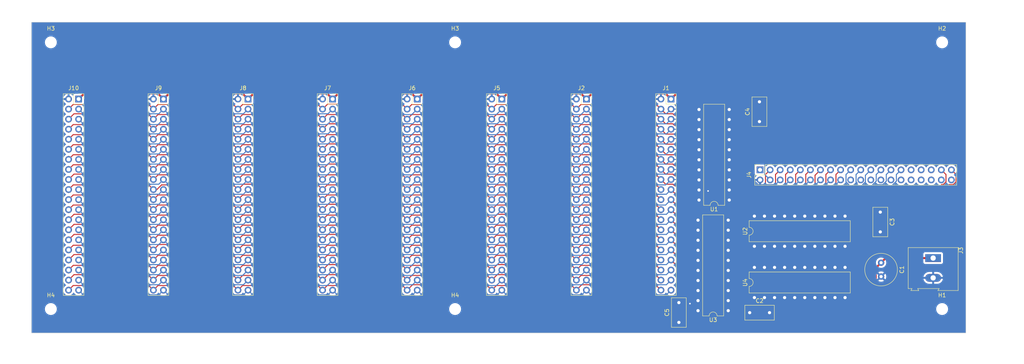
<source format=kicad_pcb>
(kicad_pcb (version 20221018) (generator pcbnew)
  (layers (0 "F.Cu" signal) (31 "B.Cu" signal) (34 "B.Paste" user) (35 "F.Paste" user) (36 "B.SilkS" user "B.Silkscreen") (37 "F.SilkS" user "F.Silkscreen") (38 "B.Mask" user) (39 "F.Mask" user) (44 "Edge.Cuts" user))
  (net 0 "")
  (net 1 "VCC")
  (net 2 "GND")
  (net 3 "A0")
  (net 4 "D0")
  (net 5 "A1")
  (net 6 "D1")
  (net 7 "A2")
  (net 8 "D2")
  (net 9 "A3")
  (net 10 "D3")
  (net 11 "A4")
  (net 12 "D4")
  (net 13 "A5")
  (net 14 "D5")
  (net 15 "A6")
  (net 16 "D6")
  (net 17 "A7")
  (net 18 "D7")
  (net 19 "A8")
  (net 20 "IO0")
  (net 21 "A9")
  (net 22 "IO1")
  (net 23 "A10")
  (net 24 "IO2")
  (net 25 "A11")
  (net 26 "IO3")
  (net 27 "A12")
  (net 28 "IO4")
  (net 29 "A13")
  (net 30 "IO5")
  (net 31 "A14")
  (net 32 "IO6")
  (net 33 "A15")
  (net 34 "IO7")
  (net 35 "Clock")
  (net 36 "~{RST}")
  (net 37 "R~{W}")
  (net 38 "~{NMI}")
  (net 39 "~{DMA}")
  (net 40 "~{IRQ}")
  (net 42 "/IA0")
  (net 43 "/ID0")
  (net 44 "/IA1")
  (net 45 "/ID1")
  (net 46 "/IA2")
  (net 47 "/ID2")
  (net 48 "/IA3")
  (net 49 "/ID3")
  (net 50 "/IA4")
  (net 51 "/ID4")
  (net 52 "/IA5")
  (net 53 "/ID5")
  (net 54 "/IA6")
  (net 55 "/ID6")
  (net 56 "/IA7")
  (net 57 "/ID7")
  (net 58 "/IA8")
  (net 59 "/IA9")
  (net 60 "/IA10")
  (net 61 "/IA11")
  (net 62 "/IA12")
  (net 63 "/IA13")
  (net 64 "/IA14")
  (net 65 "/IA15")
  (net 66 "/IClock")
  (net 67 "/IR~{W}")
  (net 68 "/I~{DMA}")
  (footprint "MountingHole:MountingHole_2.5mm" (layer "F.Cu") (at 317.8556 61.2648)
    (fp_text reference "H2")
    (fp_text value "MountingHole")
  )
  (footprint "MountingHole:MountingHole_2.5mm" (layer "F.Cu") (at 93.0656 128.6256)
    (fp_text reference "H4")
    (fp_text value "MountingHole")
  )
  (footprint "Connector_PinSocket_2.54mm:PinSocket_2x20_P2.54mm_Vertical" (layer "F.Cu") (at 121.4628 75.5904)
    (fp_text reference "J9")
    (fp_text value "OUT4")
  )
  (footprint "TerminalBlock:TerminalBlock_Altech_AK300-2_P5.00mm" (layer "F.Cu") (at 315.595 115.7514 -90)
    (fp_text reference "J3")
    (fp_text value "PWR")
  )
  (footprint "Package_DIP:DIP-20_W7.62mm" (layer "F.Cu") (at 263.906 129.032 180)
    (fp_text reference "U3")
    (fp_text value "74HCT245")
  )
  (footprint "MountingHole:MountingHole_2.5mm" (layer "F.Cu") (at 93.0656 61.2648)
    (fp_text reference "H3")
    (fp_text value "MountingHole")
  )
  (footprint "Connector_PinSocket_2.54mm:PinSocket_2x20_P2.54mm_Vertical" (layer "F.Cu") (at 185.4708 75.5904)
    (fp_text reference "J6")
    (fp_text value "OUT6")
  )
  (footprint "Package_DIP:DIP-20_W7.62mm" (layer "F.Cu") (at 270.51 112.776 90)
    (fp_text reference "U2")
    (fp_text value "74HCT245")
  )
  (footprint "Capacitor_THT:C_Radial_D8.0mm_H7.0mm_P3.50mm" (layer "F.Cu") (at 302.4632 116.9198 -90)
    (fp_text reference "C1")
    (fp_text value "1u")
  )
  (footprint "Connector_PinSocket_2.54mm:PinSocket_2x20_P2.54mm_Vertical" (layer "F.Cu") (at 228.1428 75.5904)
    (fp_text reference "J2")
    (fp_text value "OUT5")
  )
  (footprint "Capacitor_THT:C_Rect_L7.2mm_W3.5mm_P5.00mm_FKS2_FKP2_MKS2_MKP2" (layer "F.Cu") (at 269.32 129.54)
    (fp_text reference "C2")
    (fp_text value "100nf")
  )
  (footprint "Capacitor_THT:C_Rect_L7.2mm_W3.5mm_P5.00mm_FKS2_FKP2_MKS2_MKP2" (layer "F.Cu") (at 302.26 104.14 -90)
    (fp_text reference "C3")
    (fp_text value "100nf")
  )
  (footprint "Package_DIP:DIP-20_W7.62mm" (layer "F.Cu") (at 264.16 101.092 180)
    (fp_text reference "U1")
    (fp_text value "74HCT245")
  )
  (footprint "Connector_PinSocket_2.54mm:PinSocket_2x20_P2.54mm_Vertical" (layer "F.Cu") (at 142.7988 75.5904)
    (fp_text reference "J8")
    (fp_text value "OUT7")
  )
  (footprint "MountingHole:MountingHole_2.5mm" (layer "F.Cu") (at 195.0212 61.2648)
    (fp_text reference "H3")
    (fp_text value "MountingHole")
  )
  (footprint "MountingHole:MountingHole_2.5mm" (layer "F.Cu") (at 317.8556 128.6256)
    (fp_text reference "H1")
    (fp_text value "MountingHole")
  )
  (footprint "Connector_PinSocket_2.54mm:PinSocket_2x20_P2.54mm_Vertical" (layer "F.Cu") (at 271.9324 93.472 90)
    (fp_text reference "J4")
    (fp_text value "IN")
  )
  (footprint "Capacitor_THT:C_Rect_L7.2mm_W3.5mm_P5.00mm_FKS2_FKP2_MKS2_MKP2" (layer "F.Cu") (at 271.78 81.28 90)
    (fp_text reference "C4")
    (fp_text value "100nf")
  )
  (footprint "Connector_PinSocket_2.54mm:PinSocket_2x20_P2.54mm_Vertical" (layer "F.Cu") (at 249.4788 75.5904)
    (fp_text reference "J1")
    (fp_text value "OUT1")
  )
  (footprint "Connector_PinSocket_2.54mm:PinSocket_2x20_P2.54mm_Vertical" (layer "F.Cu") (at 206.8068 75.5904)
    (fp_text reference "J5")
    (fp_text value "OUT2")
  )
  (footprint "Connector_PinSocket_2.54mm:PinSocket_2x20_P2.54mm_Vertical" (layer "F.Cu") (at 164.1348 75.5904)
    (fp_text reference "J7")
    (fp_text value "OUT3")
  )
  (footprint "Connector_PinSocket_2.54mm:PinSocket_2x20_P2.54mm_Vertical" (layer "F.Cu") (at 100.076 75.5904)
    (fp_text reference "J10")
    (fp_text value "OUT8")
  )
  (footprint "Capacitor_THT:C_Rect_L7.2mm_W3.5mm_P5.00mm_FKS2_FKP2_MKS2_MKP2" (layer "F.Cu") (at 251.46 132 90)
    (fp_text reference "C5")
    (fp_text value "100nf")
  )
  (footprint "Package_DIP:DIP-20_W7.62mm" (layer "F.Cu") (at 270.51 125.73 90)
    (fp_text reference "U4")
    (fp_text value "74HCT245")
  )
  (footprint "MountingHole:MountingHole_2.5mm" (layer "F.Cu") (at 195.0212 128.6256)
    (fp_text reference "H4")
    (fp_text value "MountingHole")
  )
  (gr_rect (start 88.1888 56.1848) (end 323.85 134.6708) (stroke (width 0.1)) (fill none) (layer "Edge.Cuts"))
  (segment (start 279.32 127.08) (end 271.86 127.08) (width 0.5) (layer "F.Cu") (net 1))
  (segment (start 322.707 97.9424) (end 322.707 89.1794) (width 0.5) (layer "F.Cu") (net 1))
  (segment (start 304.898 115.7514) (end 322.707 97.9424) (width 0.5) (layer "F.Cu") (net 1))
  (segment (start 100.076 75.5904) (end 101.476 74.1904) (width 0.5) (layer "F.Cu") (net 1))
  (segment (start 122.8628 74.1904) (end 141.3988 74.1904) (width 0.5) (layer "F.Cu") (net 1))
  (segment (start 315.595 115.7514) (end 303.6316 115.7514) (width 0.5) (layer "F.Cu") (net 1))
  (segment (start 141.3988 74.1904) (end 142.7988 75.5904) (width 0.5) (layer "F.Cu") (net 1))
  (segment (start 303.6316 115.7514) (end 304.898 115.7514) (width 0.5) (layer "F.Cu") (net 1))
  (segment (start 142.7988 75.5904) (end 144.1988 74.1904) (width 0.5) (layer "F.Cu") (net 1))
  (segment (start 256.54 101.092) (end 260.735189 101.092) (width 0.5) (layer "F.Cu") (net 1))
  (segment (start 322.707 89.1794) (end 307.9496 74.422) (width 0.5) (layer "F.Cu") (net 1))
  (segment (start 228.1428 75.5904) (end 229.5428 74.1904) (width 0.5) (layer "F.Cu") (net 1))
  (segment (start 263.906 129.032) (end 256.286 129.032) (width 0.5) (layer "F.Cu") (net 1))
  (segment (start 270.51 105.156) (end 270.51 112.776) (width 0.5) (layer "F.Cu") (net 1))
  (segment (start 205.4068 74.1904) (end 206.8068 75.5904) (width 0.5) (layer "F.Cu") (net 1))
  (segment (start 307.9496 74.422) (end 250.6472 74.422) (width 0.5) (layer "F.Cu") (net 1))
  (segment (start 206.8068 75.5904) (end 208.2068 74.1904) (width 0.5) (layer "F.Cu") (net 1))
  (segment (start 185.4708 75.5904) (end 186.8708 74.1904) (width 0.5) (layer "F.Cu") (net 1))
  (segment (start 164.1348 75.5904) (end 165.5348 74.1904) (width 0.5) (layer "F.Cu") (net 1))
  (segment (start 293.116 128.016) (end 290.83 125.73) (width 0.5) (layer "F.Cu") (net 1))
  (segment (start 248.0788 74.1904) (end 249.4788 75.5904) (width 0.5) (layer "F.Cu") (net 1))
  (segment (start 250.6472 74.422) (end 249.4788 75.5904) (width 0.5) (layer "F.Cu") (net 1))
  (segment (start 208.2068 74.1904) (end 226.7428 74.1904) (width 0.5) (layer "F.Cu") (net 1))
  (segment (start 260.735189 101.092) (end 264.799189 105.156) (width 0.5) (layer "F.Cu") (net 1))
  (segment (start 303.6316 115.7514) (end 302.4632 116.9198) (width 0.5) (layer "F.Cu") (net 1))
  (segment (start 226.7428 74.1904) (end 228.1428 75.5904) (width 0.5) (layer "F.Cu") (net 1))
  (segment (start 301.1132 121.2888) (end 294.386 128.016) (width 0.5) (layer "F.Cu") (net 1))
  (segment (start 301.1132 118.2698) (end 301.1132 121.2888) (width 0.5) (layer "F.Cu") (net 1))
  (segment (start 264.799189 105.156) (end 270.51 105.156) (width 0.5) (layer "F.Cu") (net 1))
  (segment (start 165.5348 74.1904) (end 184.0708 74.1904) (width 0.5) (layer "F.Cu") (net 1))
  (segment (start 270.51 118.11) (end 270.51 125.73) (width 0.5) (layer "F.Cu") (net 1))
  (segment (start 294.386 128.016) (end 293.116 128.016) (width 0.5) (layer "F.Cu") (net 1))
  (segment (start 302.4632 116.9198) (end 301.1132 118.2698) (width 0.5) (layer "F.Cu") (net 1))
  (segment (start 271.86 127.08) (end 270.51 125.73) (width 0.5) (layer "F.Cu") (net 1))
  (segment (start 120.0628 74.1904) (end 121.4628 75.5904) (width 0.5) (layer "F.Cu") (net 1))
  (segment (start 186.8708 74.1904) (end 205.4068 74.1904) (width 0.5) (layer "F.Cu") (net 1))
  (segment (start 184.0708 74.1904) (end 185.4708 75.5904) (width 0.5) (layer "F.Cu") (net 1))
  (segment (start 267.208 125.73) (end 263.906 129.032) (width 0.5) (layer "F.Cu") (net 1))
  (segment (start 288.29 125.73) (end 285.75 125.73) (width 0.5) (layer "F.Cu") (net 1))
  (segment (start 144.1988 74.1904) (end 162.7348 74.1904) (width 0.5) (layer "F.Cu") (net 1))
  (segment (start 270.51 125.73) (end 267.208 125.73) (width 0.5) (layer "F.Cu") (net 1))
  (segment (start 101.476 74.1904) (end 120.0628 74.1904) (width 0.5) (layer "F.Cu") (net 1))
  (segment (start 283.21 125.73) (end 280.67 125.73) (width 0.5) (layer "F.Cu") (net 1))
  (segment (start 285.75 125.73) (end 283.21 125.73) (width 0.5) (layer "F.Cu") (net 1))
  (segment (start 290.83 125.73) (end 288.29 125.73) (width 0.5) (layer "F.Cu") (net 1))
  (segment (start 280.67 125.73) (end 279.32 127.08) (width 0.5) (layer "F.Cu") (net 1))
  (segment (start 229.5428 74.1904) (end 248.0788 74.1904) (width 0.5) (layer "F.Cu") (net 1))
  (segment (start 121.4628 75.5904) (end 122.8628 74.1904) (width 0.5) (layer "F.Cu") (net 1))
  (segment (start 270.51 112.776) (end 270.51 118.11) (width 0.5) (layer "F.Cu") (net 1))
  (segment (start 162.7348 74.1904) (end 164.1348 75.5904) (width 0.5) (layer "F.Cu") (net 1))
  (segment (start 255.016 126.492) (end 254.254 127.254) (width 0.25) (layer "F.Cu") (net 2))
  (segment (start 258.572 98.552) (end 258.826 98.806) (width 0.25) (layer "F.Cu") (net 2))
  (segment (start 256.54 98.552) (end 258.572 98.552) (width 0.25) (layer "F.Cu") (net 2))
  (segment (start 256.286 126.492) (end 255.016 126.492) (width 0.25) (layer "F.Cu") (net 2))
  (via (at 258.826 98.806) (size 0.8) (drill 0.4) (layers "F.Cu" "B.Cu") (net 2))
  (via (at 254.254 127.254) (size 0.8) (drill 0.4) (layers "F.Cu" "B.Cu") (net 2))
  (segment (start 101.251 79.3054) (end 120.2878 79.3054) (width 0.25) (layer "B.Cu") (net 3))
  (segment (start 268.834991 101.346) (end 264.625991 97.137) (width 0.25) (layer "B.Cu") (net 3))
  (segment (start 255.27 78.8316) (end 254.5688 78.1304) (width 0.25) (layer "B.Cu") (net 3))
  (segment (start 185.4708 78.1304) (end 186.8358 79.4954) (width 0.25) (layer "B.Cu") (net 3))
  (segment (start 142.7988 78.1304) (end 143.9738 79.3054) (width 0.25) (layer "B.Cu") (net 3))
  (segment (start 229.3178 79.3054) (end 248.3038 79.3054) (width 0.25) (layer "B.Cu") (net 3))
  (segment (start 186.8358 79.4954) (end 205.4418 79.4954) (width 0.25) (layer "B.Cu") (net 3))
  (segment (start 100.076 78.1304) (end 101.251 79.3054) (width 0.25) (layer "B.Cu") (net 3))
  (segment (start 271.78 101.346) (end 268.834991 101.346) (width 0.25) (layer "B.Cu") (net 3))
  (segment (start 120.2878 79.3054) (end 121.4628 78.1304) (width 0.25) (layer "B.Cu") (net 3))
  (segment (start 165.4998 79.4954) (end 184.1058 79.4954) (width 0.25) (layer "B.Cu") (net 3))
  (segment (start 141.6238 79.3054) (end 142.7988 78.1304) (width 0.25) (layer "B.Cu") (net 3))
  (segment (start 205.4418 79.4954) (end 206.8068 78.1304) (width 0.25) (layer "B.Cu") (net 3))
  (segment (start 164.1348 78.1304) (end 165.4998 79.4954) (width 0.25) (layer "B.Cu") (net 3))
  (segment (start 226.7778 79.4954) (end 228.1428 78.1304) (width 0.25) (layer "B.Cu") (net 3))
  (segment (start 122.6378 79.3054) (end 141.6238 79.3054) (width 0.25) (layer "B.Cu") (net 3))
  (segment (start 206.8068 78.1304) (end 208.1718 79.4954) (width 0.25) (layer "B.Cu") (net 3))
  (segment (start 228.1428 78.1304) (end 229.3178 79.3054) (width 0.25) (layer "B.Cu") (net 3))
  (segment (start 275.59 105.156) (end 271.78 101.346) (width 0.25) (layer "B.Cu") (net 3))
  (segment (start 255.27 96.332991) (end 255.27 78.8316) (width 0.25) (layer "B.Cu") (net 3))
  (segment (start 208.1718 79.4954) (end 226.7778 79.4954) (width 0.25) (layer "B.Cu") (net 3))
  (segment (start 254.5688 78.1304) (end 249.4788 78.1304) (width 0.25) (layer "B.Cu") (net 3))
  (segment (start 162.9598 79.3054) (end 164.1348 78.1304) (width 0.25) (layer "B.Cu") (net 3))
  (segment (start 121.4628 78.1304) (end 122.6378 79.3054) (width 0.25) (layer "B.Cu") (net 3))
  (segment (start 264.625991 97.137) (end 256.074009 97.137) (width 0.25) (layer "B.Cu") (net 3))
  (segment (start 143.9738 79.3054) (end 162.9598 79.3054) (width 0.25) (layer "B.Cu") (net 3))
  (segment (start 256.074009 97.137) (end 255.27 96.332991) (width 0.25) (layer "B.Cu") (net 3))
  (segment (start 248.3038 79.3054) (end 249.4788 78.1304) (width 0.25) (layer "B.Cu") (net 3))
  (segment (start 184.1058 79.4954) (end 185.4708 78.1304) (width 0.25) (layer "B.Cu") (net 3))
  (segment (start 182.9308 78.1304) (end 181.6658 76.8654) (width 0.25) (layer "F.Cu") (net 4))
  (segment (start 120.0978 76.9554) (end 139.0838 76.9554) (width 0.25) (layer "F.Cu") (net 4))
  (segment (start 181.6658 76.8654) (end 162.8598 76.8654) (width 0.25) (layer "F.Cu") (net 4))
  (segment (start 162.8598 76.8654) (end 161.5948 78.1304) (width 0.25) (layer "F.Cu") (net 4))
  (segment (start 203.0918 76.9554) (end 204.2668 78.1304) (width 0.25) (layer "F.Cu") (net 4))
  (segment (start 118.9228 78.1304) (end 120.0978 76.9554) (width 0.25) (layer "F.Cu") (net 4))
  (segment (start 263.035 79.647) (end 250.307101 79.647) (width 0.25) (layer "F.Cu") (net 4))
  (segment (start 161.5948 78.1304) (end 160.4198 76.9554) (width 0.25) (layer "F.Cu") (net 4))
  (segment (start 182.9308 78.1304) (end 184.1058 76.9554) (width 0.25) (layer "F.Cu") (net 4))
  (segment (start 226.7778 76.9554) (end 225.6028 78.1304) (width 0.25) (layer "F.Cu") (net 4))
  (segment (start 204.2668 78.1304) (end 205.4418 76.9554) (width 0.25) (layer "F.Cu") (net 4))
  (segment (start 117.7478 76.9554) (end 98.711 76.9554) (width 0.25) (layer "F.Cu") (net 4))
  (segment (start 264.16 80.772) (end 263.035 79.647) (width 0.25) (layer "F.Cu") (net 4))
  (segment (start 205.4418 76.9554) (end 224.4278 76.9554) (width 0.25) (layer "F.Cu") (net 4))
  (segment (start 246.9388 78.1304) (end 245.7638 76.9554) (width 0.25) (layer "F.Cu") (net 4))
  (segment (start 250.307101 79.647) (end 249.965501 79.3054) (width 0.25) (layer "F.Cu") (net 4))
  (segment (start 98.711 76.9554) (end 97.536 78.1304) (width 0.25) (layer "F.Cu") (net 4))
  (segment (start 141.4338 76.9554) (end 140.2588 78.1304) (width 0.25) (layer "F.Cu") (net 4))
  (segment (start 118.9228 78.1304) (end 117.7478 76.9554) (width 0.25) (layer "F.Cu") (net 4))
  (segment (start 245.7638 76.9554) (end 226.7778 76.9554) (width 0.25) (layer "F.Cu") (net 4))
  (segment (start 248.1138 79.3054) (end 246.9388 78.1304) (width 0.25) (layer "F.Cu") (net 4))
  (segment (start 224.4278 76.9554) (end 225.6028 78.1304) (width 0.25) (layer "F.Cu") (net 4))
  (segment (start 184.1058 76.9554) (end 203.0918 76.9554) (width 0.25) (layer "F.Cu") (net 4))
  (segment (start 139.0838 76.9554) (end 140.2588 78.1304) (width 0.25) (layer "F.Cu") (net 4))
  (segment (start 160.4198 76.9554) (end 141.4338 76.9554) (width 0.25) (layer "F.Cu") (net 4))
  (segment (start 249.965501 79.3054) (end 248.1138 79.3054) (width 0.25) (layer "F.Cu") (net 4))
  (segment (start 277.005 106.281) (end 275.124009 106.281) (width 0.25) (layer "B.Cu") (net 5))
  (segment (start 184.2958 81.8454) (end 185.4708 80.6704) (width 0.25) (layer "B.Cu") (net 5))
  (segment (start 122.6378 81.8454) (end 141.6238 81.8454) (width 0.25) (layer "B.Cu") (net 5))
  (segment (start 186.6458 81.8454) (end 205.6318 81.8454) (width 0.25) (layer "B.Cu") (net 5))
  (segment (start 274.32 104.835009) (end 271.846991 102.362) (width 0.25) (layer "B.Cu") (net 5))
  (segment (start 164.1348 80.6704) (end 165.3098 81.8454) (width 0.25) (layer "B.Cu") (net 5))
  (segment (start 142.7988 80.6704) (end 144.1638 82.0354) (width 0.25) (layer "B.Cu") (net 5))
  (segment (start 121.4628 80.6704) (end 122.6378 81.8454) (width 0.25) (layer "B.Cu") (net 5))
  (segment (start 278.13 105.156) (end 277.005 106.281) (width 0.25) (layer "B.Cu") (net 5))
  (segment (start 248.3038 81.8454) (end 249.4788 80.6704) (width 0.25) (layer "B.Cu") (net 5))
  (segment (start 265.944009 99.677) (end 255.887 99.677) (width 0.25) (layer "B.Cu") (net 5))
  (segment (start 275.124009 106.281) (end 274.32 105.476991) (width 0.25) (layer "B.Cu") (net 5))
  (segment (start 268.121009 101.854) (end 265.944009 99.677) (width 0.25) (layer "B.Cu") (net 5))
  (segment (start 271.272 101.854) (end 268.121009 101.854) (width 0.25) (layer "B.Cu") (net 5))
  (segment (start 226.9678 81.8454) (end 228.1428 80.6704) (width 0.25) (layer "B.Cu") (net 5))
  (segment (start 228.1428 80.6704) (end 229.3178 81.8454) (width 0.25) (layer "B.Cu") (net 5))
  (segment (start 100.076 80.6704) (end 101.441 82.0354) (width 0.25) (layer "B.Cu") (net 5))
  (segment (start 274.32 105.476991) (end 274.32 104.835009) (width 0.25) (layer "B.Cu") (net 5))
  (segment (start 255.887 99.677) (end 254.762 98.552) (width 0.25) (layer "B.Cu") (net 5))
  (segment (start 141.6238 81.8454) (end 142.7988 80.6704) (width 0.25) (layer "B.Cu") (net 5))
  (segment (start 229.3178 81.8454) (end 248.3038 81.8454) (width 0.25) (layer "B.Cu") (net 5))
  (segment (start 254.762 98.552) (end 254.762 81.788) (width 0.25) (layer "B.Cu") (net 5))
  (segment (start 162.7698 82.0354) (end 164.1348 80.6704) (width 0.25) (layer "B.Cu") (net 5))
  (segment (start 101.441 82.0354) (end 120.0978 82.0354) (width 0.25) (layer "B.Cu") (net 5))
  (segment (start 185.4708 80.6704) (end 186.6458 81.8454) (width 0.25) (layer "B.Cu") (net 5))
  (segment (start 271.846991 102.362) (end 271.78 102.362) (width 0.25) (layer "B.Cu") (net 5))
  (segment (start 271.78 102.362) (end 271.272 101.854) (width 0.25) (layer "B.Cu") (net 5))
  (segment (start 165.3098 81.8454) (end 184.2958 81.8454) (width 0.25) (layer "B.Cu") (net 5))
  (segment (start 205.6318 81.8454) (end 206.8068 80.6704) (width 0.25) (layer "B.Cu") (net 5))
  (segment (start 207.9818 81.8454) (end 226.9678 81.8454) (width 0.25) (layer "B.Cu") (net 5))
  (segment (start 253.6444 80.6704) (end 249.4788 80.6704) (width 0.25) (layer "B.Cu") (net 5))
  (segment (start 254.762 81.788) (end 253.6444 80.6704) (width 0.25) (layer "B.Cu") (net 5))
  (segment (start 206.8068 80.6704) (end 207.9818 81.8454) (width 0.25) (layer "B.Cu") (net 5))
  (segment (start 120.0978 82.0354) (end 121.4628 80.6704) (width 0.25) (layer "B.Cu") (net 5))
  (segment (start 144.1638 82.0354) (end 162.7698 82.0354) (width 0.25) (layer "B.Cu") (net 5))
  (segment (start 162.7698 79.4954) (end 161.5948 80.6704) (width 0.25) (layer "F.Cu") (net 6))
  (segment (start 160.4198 79.4954) (end 161.5948 80.6704) (width 0.25) (layer "F.Cu") (net 6))
  (segment (start 117.5578 79.3054) (end 118.9228 80.6704) (width 0.25) (layer "F.Cu") (net 6))
  (segment (start 120.0978 79.4954) (end 118.9228 80.6704) (width 0.25) (layer "F.Cu") (net 6))
  (segment (start 184.1058 79.4954) (end 182.9308 80.6704) (width 0.25) (layer "F.Cu") (net 6))
  (segment (start 204.2668 80.6704) (end 203.0918 79.4954) (width 0.25) (layer "F.Cu") (net 6))
  (segment (start 140.2588 80.6704) (end 141.4338 79.4954) (width 0.25) (layer "F.Cu") (net 6))
  (segment (start 224.4278 79.4954) (end 205.4418 79.4954) (width 0.25) (layer "F.Cu") (net 6))
  (segment (start 98.901 79.3054) (end 117.5578 79.3054) (width 0.25) (layer "F.Cu") (net 6))
  (segment (start 205.4418 79.4954) (end 204.2668 80.6704) (width 0.25) (layer "F.Cu") (net 6))
  (segment (start 139.0838 79.4954) (end 120.0978 79.4954) (width 0.25) (layer "F.Cu") (net 6))
  (segment (start 264.16 83.312) (end 263.035 82.187) (width 0.25) (layer "F.Cu") (net 6))
  (segment (start 140.2588 80.6704) (end 139.0838 79.4954) (width 0.25) (layer "F.Cu") (net 6))
  (segment (start 225.6028 80.6704) (end 224.4278 79.4954) (width 0.25) (layer "F.Cu") (net 6))
  (segment (start 182.9308 80.6704) (end 181.7558 79.4954) (width 0.25) (layer "F.Cu") (net 6))
  (segment (start 245.7638 79.4954) (end 226.7778 79.4954) (width 0.25) (layer "F.Cu") (net 6))
  (segment (start 250.307101 82.187) (end 249.965501 81.8454) (width 0.25) (layer "F.Cu") (net 6))
  (segment (start 181.7558 79.4954) (end 162.7698 79.4954) (width 0.25) (layer "F.Cu") (net 6))
  (segment (start 203.0918 79.4954) (end 184.1058 79.4954) (width 0.25) (layer "F.Cu") (net 6))
  (segment (start 248.1138 81.8454) (end 246.9388 80.6704) (width 0.25) (layer "F.Cu") (net 6))
  (segment (start 249.965501 81.8454) (end 248.1138 81.8454) (width 0.25) (layer "F.Cu") (net 6))
  (segment (start 246.9388 80.6704) (end 245.7638 79.4954) (width 0.25) (layer "F.Cu") (net 6))
  (segment (start 141.4338 79.4954) (end 160.4198 79.4954) (width 0.25) (layer "F.Cu") (net 6))
  (segment (start 97.536 80.6704) (end 98.901 79.3054) (width 0.25) (layer "F.Cu") (net 6))
  (segment (start 263.035 82.187) (end 250.307101 82.187) (width 0.25) (layer "F.Cu") (net 6))
  (segment (start 226.7778 79.4954) (end 225.6028 80.6704) (width 0.25) (layer "F.Cu") (net 6))
  (segment (start 248.3038 84.3854) (end 249.4788 83.2104) (width 0.25) (layer "B.Cu") (net 7))
  (segment (start 162.9598 84.3854) (end 164.1348 83.2104) (width 0.25) (layer "B.Cu") (net 7))
  (segment (start 255.524 102.362) (end 254.254 101.092) (width 0.25) (layer "B.Cu") (net 7))
  (segment (start 100.076 83.2104) (end 101.251 84.3854) (width 0.25) (layer "B.Cu") (net 7))
  (segment (start 142.7988 83.2104) (end 143.9738 84.3854) (width 0.25) (layer "B.Cu") (net 7))
  (segment (start 228.1428 83.2104) (end 229.3178 84.3854) (width 0.25) (layer "B.Cu") (net 7))
  (segment (start 185.4708 83.2104) (end 186.8358 84.5754) (width 0.25) (layer "B.Cu") (net 7))
  (segment (start 254.254 101.092) (end 254.254 84.582) (width 0.25) (layer "B.Cu") (net 7))
  (segment (start 280.67 105.156) (end 279.095 106.731) (width 0.25) (layer "B.Cu") (net 7))
  (segment (start 164.1348 83.2104) (end 165.4998 84.5754) (width 0.25) (layer "B.Cu") (net 7))
  (segment (start 165.4998 84.5754) (end 184.1058 84.5754) (width 0.25) (layer "B.Cu") (net 7))
  (segment (start 186.8358 84.5754) (end 205.4418 84.5754) (width 0.25) (layer "B.Cu") (net 7))
  (segment (start 270.352588 106.731) (end 269.24 105.618412) (width 0.25) (layer "B.Cu") (net 7))
  (segment (start 121.4628 83.2104) (end 122.6378 84.3854) (width 0.25) (layer "B.Cu") (net 7))
  (segment (start 205.4418 84.5754) (end 206.8068 83.2104) (width 0.25) (layer "B.Cu") (net 7))
  (segment (start 252.8824 83.2104) (end 249.4788 83.2104) (width 0.25) (layer "B.Cu") (net 7))
  (segment (start 208.1718 84.5754) (end 226.7778 84.5754) (width 0.25) (layer "B.Cu") (net 7))
  (segment (start 266.954 102.362) (end 255.524 102.362) (width 0.25) (layer "B.Cu") (net 7))
  (segment (start 101.251 84.3854) (end 120.2878 84.3854) (width 0.25) (layer "B.Cu") (net 7))
  (segment (start 120.2878 84.3854) (end 121.4628 83.2104) (width 0.25) (layer "B.Cu") (net 7))
  (segment (start 184.1058 84.5754) (end 185.4708 83.2104) (width 0.25) (layer "B.Cu") (net 7))
  (segment (start 229.3178 84.3854) (end 248.3038 84.3854) (width 0.25) (layer "B.Cu") (net 7))
  (segment (start 269.24 105.618412) (end 269.24 104.648) (width 0.25) (layer "B.Cu") (net 7))
  (segment (start 141.6238 84.3854) (end 142.7988 83.2104) (width 0.25) (layer "B.Cu") (net 7))
  (segment (start 143.9738 84.3854) (end 162.9598 84.3854) (width 0.25) (layer "B.Cu") (net 7))
  (segment (start 206.8068 83.2104) (end 208.1718 84.5754) (width 0.25) (layer "B.Cu") (net 7))
  (segment (start 269.24 104.648) (end 266.954 102.362) (width 0.25) (layer "B.Cu") (net 7))
  (segment (start 226.7778 84.5754) (end 228.1428 83.2104) (width 0.25) (layer "B.Cu") (net 7))
  (segment (start 254.254 84.582) (end 252.8824 83.2104) (width 0.25) (layer "B.Cu") (net 7))
  (segment (start 279.095 106.731) (end 270.352588 106.731) (width 0.25) (layer "B.Cu") (net 7))
  (segment (start 122.6378 84.3854) (end 141.6238 84.3854) (width 0.25) (layer "B.Cu") (net 7))
  (segment (start 162.9598 81.8454) (end 181.5658 81.8454) (width 0.25) (layer "F.Cu") (net 8))
  (segment (start 225.6028 83.2104) (end 226.7778 82.0354) (width 0.25) (layer "F.Cu") (net 8))
  (segment (start 181.5658 81.8454) (end 182.9308 83.2104) (width 0.25) (layer "F.Cu") (net 8))
  (segment (start 245.7638 82.0354) (end 246.9388 83.2104) (width 0.25) (layer "F.Cu") (net 8))
  (segment (start 161.5948 83.2104) (end 162.9598 81.8454) (width 0.25) (layer "F.Cu") (net 8))
  (segment (start 118.9228 83.2104) (end 117.7478 82.0354) (width 0.25) (layer "F.Cu") (net 8))
  (segment (start 161.5948 83.2104) (end 160.4198 82.0354) (width 0.25) (layer "F.Cu") (net 8))
  (segment (start 118.9228 83.2104) (end 120.0978 82.0354) (width 0.25) (layer "F.Cu") (net 8))
  (segment (start 182.9308 83.2104) (end 184.1058 82.0354) (width 0.25) (layer "F.Cu") (net 8))
  (segment (start 160.4198 82.0354) (end 141.4338 82.0354) (width 0.25) (layer "F.Cu") (net 8))
  (segment (start 184.1058 82.0354) (end 203.0918 82.0354) (width 0.25) (layer "F.Cu") (net 8))
  (segment (start 226.7778 82.0354) (end 245.7638 82.0354) (width 0.25) (layer "F.Cu") (net 8))
  (segment (start 262.745 84.437) (end 248.1654 84.437) (width 0.25) (layer "F.Cu") (net 8))
  (segment (start 203.0918 82.0354) (end 204.2668 83.2104) (width 0.25) (layer "F.Cu") (net 8))
  (segment (start 248.1654 84.437) (end 246.9388 83.2104) (width 0.25) (layer "F.Cu") (net 8))
  (segment (start 141.4338 82.0354) (end 140.2588 83.2104) (width 0.25) (layer "F.Cu") (net 8))
  (segment (start 224.4278 82.0354) (end 225.6028 83.2104) (width 0.25) (layer "F.Cu") (net 8))
  (segment (start 264.16 85.852) (end 262.745 84.437) (width 0.25) (layer "F.Cu") (net 8))
  (segment (start 205.4418 82.0354) (end 224.4278 82.0354) (width 0.25) (layer "F.Cu") (net 8))
  (segment (start 120.0978 82.0354) (end 139.0838 82.0354) (width 0.25) (layer "F.Cu") (net 8))
  (segment (start 204.2668 83.2104) (end 205.4418 82.0354) (width 0.25) (layer "F.Cu") (net 8))
  (segment (start 139.0838 82.0354) (end 140.2588 83.2104) (width 0.25) (layer "F.Cu") (net 8))
  (segment (start 98.711 82.0354) (end 97.536 83.2104) (width 0.25) (layer "F.Cu") (net 8))
  (segment (start 117.7478 82.0354) (end 98.711 82.0354) (width 0.25) (layer "F.Cu") (net 8))
  (segment (start 268.732 104.776396) (end 266.889802 102.934198) (width 0.25) (layer "B.Cu") (net 9))
  (segment (start 100.076 85.7504) (end 101.251 86.9254) (width 0.25) (layer "B.Cu") (net 9))
  (segment (start 101.251 86.9254) (end 120.2878 86.9254) (width 0.25) (layer "B.Cu") (net 9))
  (segment (start 281.185 107.181) (end 269.995 107.181) (width 0.25) (layer "B.Cu") (net 9))
  (segment (start 122.6378 86.9254) (end 141.6238 86.9254) (width 0.25) (layer "B.Cu") (net 9))
  (segment (start 283.21 105.156) (end 281.185 107.181) (width 0.25) (layer "B.Cu") (net 9))
  (segment (start 120.2878 86.9254) (end 121.4628 85.7504) (width 0.25) (layer "B.Cu") (net 9))
  (segment (start 141.6238 86.9254) (end 142.7988 85.7504) (width 0.25) (layer "B.Cu") (net 9))
  (segment (start 253.746 101.220396) (end 253.746 86.614) (width 0.25) (layer "B.Cu") (net 9))
  (segment (start 162.9598 86.9254) (end 164.1348 85.7504) (width 0.25) (layer "B.Cu") (net 9))
  (segment (start 255.459802 102.934198) (end 253.746 101.220396) (width 0.25) (layer "B.Cu") (net 9))
  (segment (start 165.3098 86.9254) (end 184.2958 86.9254) (width 0.25) (layer "B.Cu") (net 9))
  (segment (start 207.9818 86.9254) (end 226.9678 86.9254) (width 0.25) (layer "B.Cu") (net 9))
  (segment (start 206.8068 85.7504) (end 207.9818 86.9254) (width 0.25) (layer "B.Cu") (net 9))
  (segment (start 185.4708 85.7504) (end 186.6458 86.9254) (width 0.25) (layer "B.Cu") (net 9))
  (segment (start 229.3178 86.9254) (end 248.3038 86.9254) (width 0.25) (layer "B.Cu") (net 9))
  (segment (start 228.1428 85.7504) (end 229.3178 86.9254) (width 0.25) (layer "B.Cu") (net 9))
  (segment (start 252.73 85.598) (end 249.6312 85.598) (width 0.25) (layer "B.Cu") (net 9))
  (segment (start 143.9738 86.9254) (end 162.9598 86.9254) (width 0.25) (layer "B.Cu") (net 9))
  (segment (start 205.6318 86.9254) (end 206.8068 85.7504) (width 0.25) (layer "B.Cu") (net 9))
  (segment (start 269.995 107.181) (end 268.732 105.918) (width 0.25) (layer "B.Cu") (net 9))
  (segment (start 248.3038 86.9254) (end 249.4788 85.7504) (width 0.25) (layer "B.Cu") (net 9))
  (segment (start 226.9678 86.9254) (end 228.1428 85.7504) (width 0.25) (layer "B.Cu") (net 9))
  (segment (start 142.7988 85.7504) (end 143.9738 86.9254) (width 0.25) (layer "B.Cu") (net 9))
  (segment (start 249.6312 85.598) (end 249.4788 85.7504) (width 0.25) (layer "B.Cu") (net 9))
  (segment (start 266.889802 102.934198) (end 255.459802 102.934198) (width 0.25) (layer "B.Cu") (net 9))
  (segment (start 121.4628 85.7504) (end 122.6378 86.9254) (width 0.25) (layer "B.Cu") (net 9))
  (segment (start 164.1348 85.7504) (end 165.3098 86.9254) (width 0.25) (layer "B.Cu") (net 9))
  (segment (start 184.2958 86.9254) (end 185.4708 85.7504) (width 0.25) (layer "B.Cu") (net 9))
  (segment (start 268.732 105.918) (end 268.732 104.776396) (width 0.25) (layer "B.Cu") (net 9))
  (segment (start 253.746 86.614) (end 252.73 85.598) (width 0.25) (layer "B.Cu") (net 9))
  (segment (start 186.6458 86.9254) (end 205.6318 86.9254) (width 0.25) (layer "B.Cu") (net 9))
  (segment (start 98.711 84.5754) (end 117.7478 84.5754) (width 0.25) (layer "F.Cu") (net 10))
  (segment (start 160.4198 84.5754) (end 161.5948 85.7504) (width 0.25) (layer "F.Cu") (net 10))
  (segment (start 225.6028 85.7504) (end 224.4278 84.5754) (width 0.25) (layer "F.Cu") (net 10))
  (segment (start 248.1654 86.977) (end 246.9388 85.7504) (width 0.25) (layer "F.Cu") (net 10))
  (segment (start 224.4278 84.5754) (end 205.4418 84.5754) (width 0.25) (layer "F.Cu") (net 10))
  (segment (start 140.2588 85.7504) (end 141.4338 84.5754) (width 0.25) (layer "F.Cu") (net 10))
  (segment (start 246.9388 85.7504) (end 245.7638 84.5754) (width 0.25) (layer "F.Cu") (net 10))
  (segment (start 162.7698 84.5754) (end 161.5948 85.7504) (width 0.25) (layer "F.Cu") (net 10))
  (segment (start 140.2588 85.7504) (end 139.0838 84.5754) (width 0.25) (layer "F.Cu") (net 10))
  (segment (start 139.0838 84.5754) (end 120.0978 84.5754) (width 0.25) (layer "F.Cu") (net 10))
  (segment (start 182.9308 85.7504) (end 181.7558 84.5754) (width 0.25) (layer "F.Cu") (net 10))
  (segment (start 204.2668 85.7504) (end 203.0918 84.5754) (width 0.25) (layer "F.Cu") (net 10))
  (segment (start 262.745 86.977) (end 248.1654 86.977) (width 0.25) (layer "F.Cu") (net 10))
  (segment (start 97.536 85.7504) (end 98.711 84.5754) (width 0.25) (layer "F.Cu") (net 10))
  (segment (start 181.7558 84.5754) (end 162.7698 84.5754) (width 0.25) (layer "F.Cu") (net 10))
  (segment (start 264.16 88.392) (end 262.745 86.977) (width 0.25) (layer "F.Cu") (net 10))
  (segment (start 245.7638 84.5754) (end 226.7778 84.5754) (width 0.25) (layer "F.Cu") (net 10))
  (segment (start 205.4418 84.5754) (end 204.2668 85.7504) (width 0.25) (layer "F.Cu") (net 10))
  (segment (start 141.4338 84.5754) (end 160.4198 84.5754) (width 0.25) (layer "F.Cu") (net 10))
  (segment (start 226.7778 84.5754) (end 225.6028 85.7504) (width 0.25) (layer "F.Cu") (net 10))
  (segment (start 117.7478 84.5754) (end 118.9228 85.7504) (width 0.25) (layer "F.Cu") (net 10))
  (segment (start 184.1058 84.5754) (end 182.9308 85.7504) (width 0.25) (layer "F.Cu") (net 10))
  (segment (start 203.0918 84.5754) (end 184.1058 84.5754) (width 0.25) (layer "F.Cu") (net 10))
  (segment (start 120.0978 84.5754) (end 118.9228 85.7504) (width 0.25) (layer "F.Cu") (net 10))
  (segment (start 268.222604 106.045) (end 268.222604 104.903396) (width 0.25) (layer "B.Cu") (net 11))
  (segment (start 229.5078 89.6554) (end 248.1138 89.6554) (width 0.25) (layer "B.Cu") (net 11))
  (segment (start 142.7988 88.2904) (end 144.1638 89.6554) (width 0.25) (layer "B.Cu") (net 11))
  (segment (start 141.6238 89.4654) (end 142.7988 88.2904) (width 0.25) (layer "B.Cu") (net 11))
  (segment (start 283.275 107.631) (end 269.808604 107.631) (width 0.25) (layer "B.Cu") (net 11))
  (segment (start 253.238 101.348792) (end 253.238 88.9) (width 0.25) (layer "B.Cu") (net 11))
  (segment (start 207.9818 89.4654) (end 226.9678 89.4654) (width 0.25) (layer "B.Cu") (net 11))
  (segment (start 253.238 88.9) (end 252.6284 88.2904) (width 0.25) (layer "B.Cu") (net 11))
  (segment (start 122.6378 89.4654) (end 141.6238 89.4654) (width 0.25) (layer "B.Cu") (net 11))
  (segment (start 285.75 105.156) (end 283.275 107.631) (width 0.25) (layer "B.Cu") (net 11))
  (segment (start 165.3098 89.4654) (end 184.2958 89.4654) (width 0.25) (layer "B.Cu") (net 11))
  (segment (start 255.273406 103.384198) (end 253.238 101.348792) (width 0.25) (layer "B.Cu") (net 11))
  (segment (start 185.4708 88.2904) (end 186.6458 89.4654) (width 0.25) (layer "B.Cu") (net 11))
  (segment (start 266.703406 103.384198) (end 255.273406 103.384198) (width 0.25) (layer "B.Cu") (net 11))
  (segment (start 184.2958 89.4654) (end 185.4708 88.2904) (width 0.25) (layer "B.Cu") (net 11))
  (segment (start 228.1428 88.2904) (end 229.5078 89.6554) (width 0.25) (layer "B.Cu") (net 11))
  (segment (start 206.8068 88.2904) (end 207.9818 89.4654) (width 0.25) (layer "B.Cu") (net 11))
  (segment (start 144.1638 89.6554) (end 162.7698 89.6554) (width 0.25) (layer "B.Cu") (net 11))
  (segment (start 252.6284 88.2904) (end 249.4788 88.2904) (width 0.25) (layer "B.Cu") (net 11))
  (segment (start 248.1138 89.6554) (end 249.4788 88.2904) (width 0.25) (layer "B.Cu") (net 11))
  (segment (start 186.6458 89.4654) (end 205.6318 89.4654) (width 0.25) (layer "B.Cu") (net 11))
  (segment (start 101.251 89.4654) (end 120.2878 89.4654) (width 0.25) (layer "B.Cu") (net 11))
  (segment (start 205.6318 89.4654) (end 206.8068 88.2904) (width 0.25) (layer "B.Cu") (net 11))
  (segment (start 162.7698 89.6554) (end 164.1348 88.2904) (width 0.25) (layer "B.Cu") (net 11))
  (segment (start 120.2878 89.4654) (end 121.4628 88.2904) (width 0.25) (layer "B.Cu") (net 11))
  (segment (start 268.222604 104.903396) (end 266.703406 103.384198) (width 0.25) (layer "B.Cu") (net 11))
  (segment (start 164.1348 88.2904) (end 165.3098 89.4654) (width 0.25) (layer "B.Cu") (net 11))
  (segment (start 100.076 88.2904) (end 101.251 89.4654) (width 0.25) (layer "B.Cu") (net 11))
  (segment (start 226.9678 89.4654) (end 228.1428 88.2904) (width 0.25) (layer "B.Cu") (net 11))
  (segment (start 121.4628 88.2904) (end 122.6378 89.4654) (width 0.25) (layer "B.Cu") (net 11))
  (segment (start 269.808604 107.631) (end 268.222604 106.045) (width 0.25) (layer "B.Cu") (net 11))
  (segment (start 225.6028 88.2904) (end 226.9678 86.9254) (width 0.25) (layer "F.Cu") (net 12))
  (segment (start 204.2668 88.2904) (end 205.4418 87.1154) (width 0.25) (layer "F.Cu") (net 12))
  (segment (start 226.9678 86.9254) (end 245.5738 86.9254) (width 0.25) (layer "F.Cu") (net 12))
  (segment (start 118.9228 88.2904) (end 117.7478 87.1154) (width 0.25) (layer "F.Cu") (net 12))
  (segment (start 98.711 87.1154) (end 97.536 88.2904) (width 0.25) (layer "F.Cu") (net 12))
  (segment (start 120.0978 87.1154) (end 139.0838 87.1154) (width 0.25) (layer "F.Cu") (net 12))
  (segment (start 184.1058 87.1154) (end 203.0918 87.1154) (width 0.25) (layer "F.Cu") (net 12))
  (segment (start 181.5658 86.9254) (end 182.9308 88.2904) (width 0.25) (layer "F.Cu") (net 12))
  (segment (start 139.0838 87.1154) (end 140.2588 88.2904) (width 0.25) (layer "F.Cu") (net 12))
  (segment (start 248.3038 89.6554) (end 246.9388 88.2904) (width 0.25) (layer "F.Cu") (net 12))
  (segment (start 224.4278 87.1154) (end 225.6028 88.2904) (width 0.25) (layer "F.Cu") (net 12))
  (segment (start 203.0918 87.1154) (end 204.2668 88.2904) (width 0.25) (layer "F.Cu") (net 12))
  (segment (start 161.5948 88.2904) (end 160.4198 87.1154) (width 0.25) (layer "F.Cu") (net 12))
  (segment (start 264.16 90.932) (end 262.8834 89.6554) (width 0.25) (layer "F.Cu") (net 12))
  (segment (start 262.8834 89.6554) (end 248.3038 89.6554) (width 0.25) (layer "F.Cu") (net 12))
  (segment (start 161.5948 88.2904) (end 162.9598 86.9254) (width 0.25) (layer "F.Cu") (net 12))
  (segment (start 160.4198 87.1154) (end 141.4338 87.1154) (width 0.25) (layer "F.Cu") (net 12))
  (segment (start 118.9228 88.2904) (end 120.0978 87.1154) (width 0.25) (layer "F.Cu") (net 12))
  (segment (start 117.7478 87.1154) (end 98.711 87.1154) (width 0.25) (layer "F.Cu") (net 12))
  (segment (start 245.5738 86.9254) (end 246.9388 88.2904) (width 0.25) (layer "F.Cu") (net 12))
  (segment (start 162.9598 86.9254) (end 181.5658 86.9254) (width 0.25) (layer "F.Cu") (net 12))
  (segment (start 205.4418 87.1154) (end 224.4278 87.1154) (width 0.25) (layer "F.Cu") (net 12))
  (segment (start 182.9308 88.2904) (end 184.1058 87.1154) (width 0.25) (layer "F.Cu") (net 12))
  (segment (start 141.4338 87.1154) (end 140.2588 88.2904) (width 0.25) (layer "F.Cu") (net 12))
  (segment (start 162.7698 92.1954) (end 164.1348 90.8304) (width 0.25) (layer "B.Cu") (net 13))
  (segment (start 164.1348 90.8304) (end 165.3098 92.0054) (width 0.25) (layer "B.Cu") (net 13))
  (segment (start 285.365 108.081) (end 269.622208 108.081) (width 0.25) (layer "B.Cu") (net 13))
  (segment (start 267.716 106.174792) (end 267.716 105.156) (width 0.25) (layer "B.Cu") (net 13))
  (segment (start 229.3178 92.0054) (end 248.3038 92.0054) (width 0.25) (layer "B.Cu") (net 13))
  (segment (start 184.2958 92.0054) (end 185.4708 90.8304) (width 0.25) (layer "B.Cu") (net 13))
  (segment (start 269.622208 108.081) (end 267.716 106.174792) (width 0.25) (layer "B.Cu") (net 13))
  (segment (start 252.73 91.694) (end 251.8664 90.8304) (width 0.25) (layer "B.Cu") (net 13))
  (segment (start 142.7988 90.8304) (end 144.1638 92.1954) (width 0.25) (layer "B.Cu") (net 13))
  (segment (start 144.1638 92.1954) (end 162.7698 92.1954) (width 0.25) (layer "B.Cu") (net 13))
  (segment (start 267.716 105.156) (end 266.394198 103.834198) (width 0.25) (layer "B.Cu") (net 13))
  (segment (start 228.1428 90.8304) (end 229.3178 92.0054) (width 0.25) (layer "B.Cu") (net 13))
  (segment (start 165.3098 92.0054) (end 184.2958 92.0054) (width 0.25) (layer "B.Cu") (net 13))
  (segment (start 120.2878 92.0054) (end 121.4628 90.8304) (width 0.25) (layer "B.Cu") (net 13))
  (segment (start 255.08701 103.834198) (end 252.73 101.477188) (width 0.25) (layer "B.Cu") (net 13))
  (segment (start 186.6458 92.0054) (end 205.6318 92.0054) (width 0.25) (layer "B.Cu") (net 13))
  (segment (start 100.076 90.8304) (end 101.251 92.0054) (width 0.25) (layer "B.Cu") (net 13))
  (segment (start 122.6378 92.0054) (end 141.6238 92.0054) (width 0.25) (layer "B.Cu") (net 13))
  (segment (start 205.6318 92.0054) (end 206.8068 90.8304) (width 0.25) (layer "B.Cu") (net 13))
  (segment (start 207.9818 92.0054) (end 226.9678 92.0054) (width 0.25) (layer "B.Cu") (net 13))
  (segment (start 248.3038 92.0054) (end 249.4788 90.8304) (width 0.25) (layer "B.Cu") (net 13))
  (segment (start 288.29 105.156) (end 285.365 108.081) (width 0.25) (layer "B.Cu") (net 13))
  (segment (start 252.73 101.477188) (end 252.73 91.694) (width 0.25) (layer "B.Cu") (net 13))
  (segment (start 121.4628 90.8304) (end 122.6378 92.0054) (width 0.25) (layer "B.Cu") (net 13))
  (segment (start 185.4708 90.8304) (end 186.6458 92.0054) (width 0.25) (layer "B.Cu") (net 13))
  (segment (start 226.9678 92.0054) (end 228.1428 90.8304) (width 0.25) (layer "B.Cu") (net 13))
  (segment (start 266.394198 103.834198) (end 255.08701 103.834198) (width 0.25) (layer "B.Cu") (net 13))
  (segment (start 141.6238 92.0054) (end 142.7988 90.8304) (width 0.25) (layer "B.Cu") (net 13))
  (segment (start 251.8664 90.8304) (end 249.4788 90.8304) (width 0.25) (layer "B.Cu") (net 13))
  (segment (start 101.251 92.0054) (end 120.2878 92.0054) (width 0.25) (layer "B.Cu") (net 13))
  (segment (start 206.8068 90.8304) (end 207.9818 92.0054) (width 0.25) (layer "B.Cu") (net 13))
  (segment (start 225.6028 90.8304) (end 226.7778 89.6554) (width 0.25) (layer "F.Cu") (net 14))
  (segment (start 263.035 92.347) (end 250.307101 92.347) (width 0.25) (layer "F.Cu") (net 14))
  (segment (start 117.7478 89.6554) (end 118.9228 90.8304) (width 0.25) (layer "F.Cu") (net 14))
  (segment (start 264.16 93.472) (end 263.035 92.347) (width 0.25) (layer "F.Cu") (net 14))
  (segment (start 160.4198 89.6554) (end 161.5948 90.8304) (width 0.25) (layer "F.Cu") (net 14))
  (segment (start 204.2668 90.8304) (end 203.0918 89.6554) (width 0.25) (layer "F.Cu") (net 14))
  (segment (start 184.1058 89.6554) (end 182.9308 90.8304) (width 0.25) (layer "F.Cu") (net 14))
  (segment (start 162.7698 89.6554) (end 161.5948 90.8304) (width 0.25) (layer "F.Cu") (net 14))
  (segment (start 120.0978 89.6554) (end 118.9228 90.8304) (width 0.25) (layer "F.Cu") (net 14))
  (segment (start 97.536 90.8304) (end 98.711 89.6554) (width 0.25) (layer "F.Cu") (net 14))
  (segment (start 98.711 89.6554) (end 117.7478 89.6554) (width 0.25) (layer "F.Cu") (net 14))
  (segment (start 205.4418 89.6554) (end 204.2668 90.8304) (width 0.25) (layer "F.Cu") (net 14))
  (segment (start 225.6028 90.8304) (end 224.4278 89.6554) (width 0.25) (layer "F.Cu") (net 14))
  (segment (start 224.4278 89.6554) (end 205.4418 89.6554) (width 0.25) (layer "F.Cu") (net 14))
  (segment (start 245.7638 89.6554) (end 246.9388 90.8304) (width 0.25) (layer "F.Cu") (net 14))
  (segment (start 203.0918 89.6554) (end 184.1058 89.6554) (width 0.25) (layer "F.Cu") (net 14))
  (segment (start 141.4338 89.6554) (end 160.4198 89.6554) (width 0.25) (layer "F.Cu") (net 14))
  (segment (start 248.1138 92.0054) (end 246.9388 90.8304) (width 0.25) (layer "F.Cu") (net 14))
  (segment (start 140.2588 90.8304) (end 141.4338 89.6554) (width 0.25) (layer "F.Cu") (net 14))
  (segment (start 139.0838 89.6554) (end 120.0978 89.6554) (width 0.25) (layer "F.Cu") (net 14))
  (segment (start 140.2588 90.8304) (end 139.0838 89.6554) (width 0.25) (layer "F.Cu") (net 14))
  (segment (start 226.7778 89.6554) (end 245.7638 89.6554) (width 0.25) (layer "F.Cu") (net 14))
  (segment (start 250.307101 92.347) (end 249.965501 92.0054) (width 0.25) (layer "F.Cu") (net 14))
  (segment (start 181.7558 89.6554) (end 162.7698 89.6554) (width 0.25) (layer "F.Cu") (net 14))
  (segment (start 182.9308 90.8304) (end 181.7558 89.6554) (width 0.25) (layer "F.Cu") (net 14))
  (segment (start 249.965501 92.0054) (end 248.1138 92.0054) (width 0.25) (layer "F.Cu") (net 14))
  (segment (start 290.83 105.156) (end 287.274 108.712) (width 0.25) (layer "B.Cu") (net 15))
  (segment (start 228.1428 93.3704) (end 229.3178 94.5454) (width 0.25) (layer "B.Cu") (net 15))
  (segment (start 229.3178 94.5454) (end 248.3038 94.5454) (width 0.25) (layer "B.Cu") (net 15))
  (segment (start 122.6378 94.5454) (end 141.6238 94.5454) (width 0.25) (layer "B.Cu") (net 15))
  (segment (start 164.1348 93.3704) (end 165.4998 94.7354) (width 0.25) (layer "B.Cu") (net 15))
  (segment (start 184.1058 94.7354) (end 185.4708 93.3704) (width 0.25) (layer "B.Cu") (net 15))
  (segment (start 205.6318 94.5454) (end 206.8068 93.3704) (width 0.25) (layer "B.Cu") (net 15))
  (segment (start 144.1638 94.7354) (end 162.7698 94.7354) (width 0.25) (layer "B.Cu") (net 15))
  (segment (start 226.7778 94.7354) (end 228.1428 93.3704) (width 0.25) (layer "B.Cu") (net 15))
  (segment (start 248.3038 94.5454) (end 249.4788 93.3704) (width 0.25) (layer "B.Cu") (net 15))
  (segment (start 269.616812 108.712) (end 267.208 106.303188) (width 0.25) (layer "B.Cu") (net 15))
  (segment (start 251.6124 93.3704) (end 249.4788 93.3704) (width 0.25) (layer "B.Cu") (net 15))
  (segment (start 141.6238 94.5454) (end 142.7988 93.3704) (width 0.25) (layer "B.Cu") (net 15))
  (segment (start 255.010416 104.394) (end 252.28 101.663584) (width 0.25) (layer "B.Cu") (net 15))
  (segment (start 186.6458 94.5454) (end 205.6318 94.5454) (width 0.25) (layer "B.Cu") (net 15))
  (segment (start 265.938 104.394) (end 255.010416 104.394) (width 0.25) (layer "B.Cu") (net 15))
  (segment (start 120.2878 94.5454) (end 121.4628 93.3704) (width 0.25) (layer "B.Cu") (net 15))
  (segment (start 162.7698 94.7354) (end 164.1348 93.3704) (width 0.25) (layer "B.Cu") (net 15))
  (segment (start 206.8068 93.3704) (end 208.1718 94.7354) (width 0.25) (layer "B.Cu") (net 15))
  (segment (start 101.251 94.5454) (end 120.2878 94.5454) (width 0.25) (layer "B.Cu") (net 15))
  (segment (start 185.4708 93.3704) (end 186.6458 94.5454) (width 0.25) (layer "B.Cu") (net 15))
  (segment (start 142.7988 93.3704) (end 144.1638 94.7354) (width 0.25) (layer "B.Cu") (net 15))
  (segment (start 100.076 93.3704) (end 101.251 94.5454) (width 0.25) (layer "B.Cu") (net 15))
  (segment (start 267.208 105.664) (end 265.938 104.394) (width 0.25) (layer "B.Cu") (net 15))
  (segment (start 121.4628 93.3704) (end 122.6378 94.5454) (width 0.25) (layer "B.Cu") (net 15))
  (segment (start 252.28 101.663584) (end 252.28 94.038) (width 0.25) (layer "B.Cu") (net 15))
  (segment (start 287.274 108.712) (end 269.616812 108.712) (width 0.25) (layer "B.Cu") (net 15))
  (segment (start 252.28 94.038) (end 251.6124 93.3704) (width 0.25) (layer "B.Cu") (net 15))
  (segment (start 267.208 106.303188) (end 267.208 105.664) (width 0.25) (layer "B.Cu") (net 15))
  (segment (start 165.4998 94.7354) (end 184.1058 94.7354) (width 0.25) (layer "B.Cu") (net 15))
  (segment (start 208.1718 94.7354) (end 226.7778 94.7354) (width 0.25) (layer "B.Cu") (net 15))
  (segment (start 245.7638 92.1954) (end 226.7778 92.1954) (width 0.25) (layer "F.Cu") (net 16))
  (segment (start 161.5948 93.3704) (end 162.9598 92.0054) (width 0.25) (layer "F.Cu") (net 16))
  (segment (start 263.035 94.887) (end 250.307101 94.887) (width 0.25) (layer "F.Cu") (net 16))
  (segment (start 182.9308 93.3704) (end 184.1058 92.1954) (width 0.25) (layer "F.Cu") (net 16))
  (segment (start 204.2668 93.3704) (end 205.4418 92.1954) (width 0.25) (layer "F.Cu") (net 16))
  (segment (start 98.711 92.1954) (end 97.536 93.3704) (width 0.25) (layer "F.Cu") (net 16))
  (segment (start 120.0978 92.1954) (end 139.0838 92.1954) (width 0.25) (layer "F.Cu") (net 16))
  (segment (start 139.0838 92.1954) (end 140.2588 93.3704) (width 0.25) (layer "F.Cu") (net 16))
  (segment (start 162.9598 92.0054) (end 181.5658 92.0054) (width 0.25) (layer "F.Cu") (net 16))
  (segment (start 184.1058 92.1954) (end 203.0918 92.1954) (width 0.25) (layer "F.Cu") (net 16))
  (segment (start 246.9388 93.3704) (end 245.7638 92.1954) (width 0.25) (layer "F.Cu") (net 16))
  (segment (start 118.9228 93.3704) (end 117.7478 92.1954) (width 0.25) (layer "F.Cu") (net 16))
  (segment (start 203.0918 92.1954) (end 204.2668 93.3704) (width 0.25) (layer "F.Cu") (net 16))
  (segment (start 205.4418 92.1954) (end 224.4278 92.1954) (width 0.25) (layer "F.Cu") (net 16))
  (segment (start 161.5948 93.3704) (end 160.4198 92.1954) (width 0.25) (layer "F.Cu") (net 16))
  (segment (start 118.9228 93.3704) (end 120.0978 92.1954) (width 0.25) (layer "F.Cu") (net 16))
  (segment (start 249.965501 94.5454) (end 248.1138 94.5454) (width 0.25) (layer "F.Cu") (net 16))
  (segment (start 181.5658 92.0054) (end 182.9308 93.3704) (width 0.25) (layer "F.Cu") (net 16))
  (segment (start 117.7478 92.1954) (end 98.711 92.1954) (width 0.25) (layer "F.Cu") (net 16))
  (segment (start 160.4198 92.1954) (end 141.4338 92.1954) (width 0.25) (layer "F.Cu") (net 16))
  (segment (start 250.307101 94.887) (end 249.965501 94.5454) (width 0.25) (layer "F.Cu") (net 16))
  (segment (start 141.4338 92.1954) (end 140.2588 93.3704) (width 0.25) (layer "F.Cu") (net 16))
  (segment (start 226.7778 92.1954) (end 225.6028 93.3704) (width 0.25) (layer "F.Cu") (net 16))
  (segment (start 224.4278 92.1954) (end 225.6028 93.3704) (width 0.25) (layer "F.Cu") (net 16))
  (segment (start 248.1138 94.5454) (end 246.9388 93.3704) (width 0.25) (layer "F.Cu") (net 16))
  (segment (start 264.16 96.012) (end 263.035 94.887) (width 0.25) (layer "F.Cu") (net 16))
  (segment (start 184.1058 97.2754) (end 185.4708 95.9104) (width 0.25) (layer "B.Cu") (net 17))
  (segment (start 205.6318 97.0854) (end 206.8068 95.9104) (width 0.25) (layer "B.Cu") (net 17))
  (segment (start 266.7 106.431584) (end 266.7 105.918) (width 0.25) (layer "B.Cu") (net 17))
  (segment (start 251.83 96.89) (end 250.8504 95.9104) (width 0.25) (layer "B.Cu") (net 17))
  (segment (start 122.6378 97.0854) (end 141.6238 97.0854) (width 0.25) (layer "B.Cu") (net 17))
  (segment (start 229.5078 97.2754) (end 248.1138 97.2754) (width 0.25) (layer "B.Cu") (net 17))
  (segment (start 226.9678 97.0854) (end 228.1428 95.9104) (width 0.25) (layer "B.Cu") (net 17))
  (segment (start 121.4628 95.9104) (end 122.6378 97.0854) (width 0.25) (layer "B.Cu") (net 17))
  (segment (start 186.6458 97.0854) (end 205.6318 97.0854) (width 0.25) (layer "B.Cu") (net 17))
  (segment (start 143.9738 97.0854) (end 162.9598 97.0854) (width 0.25) (layer "B.Cu") (net 17))
  (segment (start 185.4708 95.9104) (end 186.6458 97.0854) (width 0.25) (layer "B.Cu") (net 17))
  (segment (start 206.8068 95.9104) (end 207.9818 97.0854) (width 0.25) (layer "B.Cu") (net 17))
  (segment (start 207.9818 97.0854) (end 226.9678 97.0854) (width 0.25) (layer "B.Cu") (net 17))
  (segment (start 289.306 109.22) (end 269.488416 109.22) (width 0.25) (layer "B.Cu") (net 17))
  (segment (start 120.2878 97.0854) (end 121.4628 95.9104) (width 0.25) (layer "B.Cu") (net 17))
  (segment (start 266.7 105.918) (end 265.684 104.902) (width 0.25) (layer "B.Cu") (net 17))
  (segment (start 142.7988 95.9104) (end 143.9738 97.0854) (width 0.25) (layer "B.Cu") (net 17))
  (segment (start 265.684 104.902) (end 254.88202 104.902) (width 0.25) (layer "B.Cu") (net 17))
  (segment (start 141.6238 97.0854) (end 142.7988 95.9104) (width 0.25) (layer "B.Cu") (net 17))
  (segment (start 101.251 97.0854) (end 120.2878 97.0854) (width 0.25) (layer "B.Cu") (net 17))
  (segment (start 162.9598 97.0854) (end 164.1348 95.9104) (width 0.25) (layer "B.Cu") (net 17))
  (segment (start 293.37 105.156) (end 289.306 109.22) (width 0.25) (layer "B.Cu") (net 17))
  (segment (start 228.1428 95.9104) (end 229.5078 97.2754) (width 0.25) (layer "B.Cu") (net 17))
  (segment (start 248.1138 97.2754) (end 249.4788 95.9104) (width 0.25) (layer "B.Cu") (net 17))
  (segment (start 251.83 101.84998) (end 251.83 96.89) (width 0.25) (layer "B.Cu") (net 17))
  (segment (start 100.076 95.9104) (end 101.251 97.0854) (width 0.25) (layer "B.Cu") (net 17))
  (segment (start 164.1348 95.9104) (end 165.4998 97.2754) (width 0.25) (layer "B.Cu") (net 17))
  (segment (start 165.4998 97.2754) (end 184.1058 97.2754) (width 0.25) (layer "B.Cu") (net 17))
  (segment (start 269.488416 109.22) (end 266.7 106.431584) (width 0.25) (layer "B.Cu") (net 17))
  (segment (start 250.8504 95.9104) (end 249.4788 95.9104) (width 0.25) (layer "B.Cu") (net 17))
  (segment (start 254.88202 104.902) (end 251.83 101.84998) (width 0.25) (layer "B.Cu") (net 17))
  (segment (start 139.0838 94.7354) (end 120.0978 94.7354) (width 0.25) (layer "F.Cu") (net 18))
  (segment (start 97.536 95.9104) (end 98.901 94.5454) (width 0.25) (layer "F.Cu") (net 18))
  (segment (start 141.4338 94.7354) (end 160.4198 94.7354) (width 0.25) (layer "F.Cu") (net 18))
  (segment (start 249.965501 97.0854) (end 248.1138 97.0854) (width 0.25) (layer "F.Cu") (net 18))
  (segment (start 203.0918 94.7354) (end 204.2668 95.9104) (width 0.25) (layer "F.Cu") (net 18))
  (segment (start 140.2588 95.9104) (end 141.4338 94.7354) (width 0.25) (layer "F.Cu") (net 18))
  (segment (start 225.6028 95.9104) (end 226.7778 94.7354) (width 0.25) (layer "F.Cu") (net 18))
  (segment (start 162.7698 94.7354) (end 161.5948 95.9104) (width 0.25) (layer "F.Cu") (net 18))
  (segment (start 225.6028 95.9104) (end 224.4278 94.7354) (width 0.25) (layer "F.Cu") (net 18))
  (segment (start 248.1138 97.0854) (end 246.9388 95.9104) (width 0.25) (layer "F.Cu") (net 18))
  (segment (start 120.0978 94.7354) (end 118.9228 95.9104) (width 0.25) (layer "F.Cu") (net 18))
  (segment (start 224.4278 94.7354) (end 205.4418 94.7354) (width 0.25) (layer "F.Cu") (net 18))
  (segment (start 160.4198 94.7354) (end 161.5948 95.9104) (width 0.25) (layer "F.Cu") (net 18))
  (segment (start 250.307101 97.427) (end 249.965501 97.0854) (width 0.25) (layer "F.Cu") (net 18))
  (segment (start 226.7778 94.7354) (end 245.7638 94.7354) (width 0.25) (layer "F.Cu") (net 18))
  (segment (start 117.5578 94.5454) (end 118.9228 95.9104) (width 0.25) (layer "F.Cu") (net 18))
  (segment (start 98.901 94.5454) (end 117.5578 94.5454) (width 0.25) (layer "F.Cu") (net 18))
  (segment (start 264.16 98.552) (end 263.035 97.427) (width 0.25) (layer "F.Cu") (net 18))
  (segment (start 205.4418 94.7354) (end 204.2668 95.9104) (width 0.25) (layer "F.Cu") (net 18))
  (segment (start 182.9308 95.9104) (end 181.7558 94.7354) (width 0.25) (layer "F.Cu") (net 18))
  (segment (start 245.7638 94.7354) (end 246.9388 95.9104) (width 0.25) (layer "F.Cu") (net 18))
  (segment (start 181.7558 94.7354) (end 162.7698 94.7354) (width 0.25) (layer "F.Cu") (net 18))
  (segment (start 182.9308 95.9104) (end 184.1058 94.7354) (width 0.25) (layer "F.Cu") (net 18))
  (segment (start 184.1058 94.7354) (end 203.0918 94.7354) (width 0.25) (layer "F.Cu") (net 18))
  (segment (start 263.035 97.427) (end 250.307101 97.427) (width 0.25) (layer "F.Cu") (net 18))
  (segment (start 140.2588 95.9104) (end 139.0838 94.7354) (width 0.25) (layer "F.Cu") (net 18))
  (segment (start 256.286 105.2576) (end 249.4788 98.4504) (width 0.25) (layer "F.Cu") (net 19))
  (segment (start 256.286 106.172) (end 256.286 105.2576) (width 0.25) (layer "F.Cu") (net 19))
  (segment (start 207.9818 99.6254) (end 226.9678 99.6254) (width 0.25) (layer "B.Cu") (net 19))
  (segment (start 184.1058 99.8154) (end 185.4708 98.4504) (width 0.25) (layer "B.Cu") (net 19))
  (segment (start 186.8358 99.8154) (end 205.4418 99.8154) (width 0.25) (layer "B.Cu") (net 19))
  (segment (start 164.1348 98.4504) (end 165.4998 99.8154) (width 0.25) (layer "B.Cu") (net 19))
  (segment (start 142.7988 98.4504) (end 143.9738 99.6254) (width 0.25) (layer "B.Cu") (net 19))
  (segment (start 206.8068 98.4504) (end 207.9818 99.6254) (width 0.25) (layer "B.Cu") (net 19))
  (segment (start 205.4418 99.8154) (end 206.8068 98.4504) (width 0.25) (layer "B.Cu") (net 19))
  (segment (start 122.6378 99.6254) (end 141.6238 99.6254) (width 0.25) (layer "B.Cu") (net 19))
  (segment (start 120.2878 99.6254) (end 121.4628 98.4504) (width 0.25) (layer "B.Cu") (net 19))
  (segment (start 101.251 99.6254) (end 120.2878 99.6254) (width 0.25) (layer "B.Cu") (net 19))
  (segment (start 248.3038 99.6254) (end 249.4788 98.4504) (width 0.25) (layer "B.Cu") (net 19))
  (segment (start 165.4998 99.8154) (end 184.1058 99.8154) (width 0.25) (layer "B.Cu") (net 19))
  (segment (start 228.1428 98.4504) (end 229.3178 99.6254) (width 0.25) (layer "B.Cu") (net 19))
  (segment (start 141.6238 99.6254) (end 142.7988 98.4504) (width 0.25) (layer "B.Cu") (net 19))
  (segment (start 226.9678 99.6254) (end 228.1428 98.4504) (width 0.25) (layer "B.Cu") (net 19))
  (segment (start 100.076 98.4504) (end 101.251 99.6254) (width 0.25) (layer "B.Cu") (net 19))
  (segment (start 143.9738 99.6254) (end 162.9598 99.6254) (width 0.25) (layer "B.Cu") (net 19))
  (segment (start 185.4708 98.4504) (end 186.8358 99.8154) (width 0.25) (layer "B.Cu") (net 19))
  (segment (start 229.3178 99.6254) (end 248.3038 99.6254) (width 0.25) (layer "B.Cu") (net 19))
  (segment (start 121.4628 98.4504) (end 122.6378 99.6254) (width 0.25) (layer "B.Cu") (net 19))
  (segment (start 162.9598 99.6254) (end 164.1348 98.4504) (width 0.25) (layer "B.Cu") (net 19))
  (segment (start 225.6028 98.4504) (end 226.7778 97.2754) (width 0.25) (layer "F.Cu") (net 20))
  (segment (start 160.2298 97.0854) (end 141.6238 97.0854) (width 0.25) (layer "F.Cu") (net 20))
  (segment (start 161.5948 98.4504) (end 160.2298 97.0854) (width 0.25) (layer "F.Cu") (net 20))
  (segment (start 162.7698 97.2754) (end 181.7558 97.2754) (width 0.25) (layer "F.Cu") (net 20))
  (segment (start 204.2668 98.4504) (end 205.4418 97.2754) (width 0.25) (layer "F.Cu") (net 20))
  (segment (start 245.7638 97.2754) (end 246.9388 98.4504) (width 0.25) (layer "F.Cu") (net 20))
  (segment (start 204.2668 98.4504) (end 203.0918 97.2754) (width 0.25) (layer "F.Cu") (net 20))
  (segment (start 118.9228 98.4504) (end 117.7478 97.2754) (width 0.25) (layer "F.Cu") (net 20))
  (segment (start 203.0918 97.2754) (end 184.1058 97.2754) (width 0.25) (layer "F.Cu") (net 20))
  (segment (start 226.7778 97.2754) (end 245.7638 97.2754) (width 0.25) (layer "F.Cu") (net 20))
  (segment (start 181.7558 97.2754) (end 182.9308 98.4504) (width 0.25) (layer "F.Cu") (net 20))
  (segment (start 118.9228 98.4504) (end 119.801099 98.4504) (width 0.25) (layer "F.Cu") (net 20))
  (segment (start 139.0838 97.2754) (end 140.2588 98.4504) (width 0.25) (layer "F.Cu") (net 20))
  (segment (start 117.7478 97.2754) (end 98.711 97.2754) (width 0.25) (layer "F.Cu") (net 20))
  (segment (start 161.5948 98.4504) (end 162.7698 97.2754) (width 0.25) (layer "F.Cu") (net 20))
  (segment (start 119.801099 98.4504) (end 120.976099 97.2754) (width 0.25) (layer "F.Cu") (net 20))
  (segment (start 141.6238 97.0854) (end 140.2588 98.4504) (width 0.25) (layer "F.Cu") (net 20))
  (segment (start 184.1058 97.2754) (end 182.9308 98.4504) (width 0.25) (layer "F.Cu") (net 20))
  (segment (start 205.4418 97.2754) (end 224.4278 97.2754) (width 0.25) (layer "F.Cu") (net 20))
  (segment (start 98.711 97.2754) (end 97.536 98.4504) (width 0.25) (layer "F.Cu") (net 20))
  (segment (start 224.4278 97.2754) (end 225.6028 98.4504) (width 0.25) (layer "F.Cu") (net 20))
  (segment (start 120.976099 97.2754) (end 139.0838 97.2754) (width 0.25) (layer "F.Cu") (net 20))
  (segment (start 256.286 108.712) (end 256.286 107.7976) (width 0.25) (layer "F.Cu") (net 21))
  (segment (start 256.286 107.7976) (end 249.4788 100.9904) (width 0.25) (layer "F.Cu") (net 21))
  (segment (start 206.8068 100.9904) (end 208.1718 102.3554) (width 0.25) (layer "B.Cu") (net 21))
  (segment (start 184.2958 102.1654) (end 185.4708 100.9904) (width 0.25) (layer "B.Cu") (net 21))
  (segment (start 208.1718 102.3554) (end 226.7778 102.3554) (width 0.25) (layer "B.Cu") (net 21))
  (segment (start 142.7988 100.9904) (end 143.9738 102.1654) (width 0.25) (layer "B.Cu") (net 21))
  (segment (start 205.4418 102.3554) (end 186.8358 102.3554) (width 0.25) (layer "B.Cu") (net 21))
  (segment (start 228.1428 100.9904) (end 229.5078 102.3554) (width 0.25) (layer "B.Cu") (net 21))
  (segment (start 162.9598 102.1654) (end 164.1348 100.9904) (width 0.25) (layer "B.Cu") (net 21))
  (segment (start 164.1348 100.9904) (end 165.3098 102.1654) (width 0.25) (layer "B.Cu") (net 21))
  (segment (start 248.1138 102.3554) (end 249.4788 100.9904) (width 0.25) (layer "B.Cu") (net 21))
  (segment (start 121.4628 100.9904) (end 122.8278 102.3554) (width 0.25) (layer "B.Cu") (net 21))
  (segment (start 206.8068 100.9904) (end 205.4418 102.3554) (width 0.25) (layer "B.Cu") (net 21))
  (segment (start 120.2878 102.1654) (end 121.4628 100.9904) (width 0.25) (layer "B.Cu") (net 21))
  (segment (start 143.9738 102.1654) (end 162.9598 102.1654) (width 0.25) (layer "B.Cu") (net 21))
  (segment (start 141.4338 102.3554) (end 142.7988 100.9904) (width 0.25) (layer "B.Cu") (net 21))
  (segment (start 186.8358 102.3554) (end 185.4708 100.9904) (width 0.25) (layer "B.Cu") (net 21))
  (segment (start 226.7778 102.3554) (end 228.1428 100.9904) (width 0.25) (layer "B.Cu") (net 21))
  (segment (start 122.8278 102.3554) (end 141.4338 102.3554) (width 0.25) (layer "B.Cu") (net 21))
  (segment (start 229.5078 102.3554) (end 248.1138 102.3554) (width 0.25) (layer "B.Cu") (net 21))
  (segment (start 165.3098 102.1654) (end 184.2958 102.1654) (width 0.25) (layer "B.Cu") (net 21))
  (segment (start 101.251 102.1654) (end 120.2878 102.1654) (width 0.25) (layer "B.Cu") (net 21))
  (segment (start 100.076 100.9904) (end 101.251 102.1654) (width 0.25) (layer "B.Cu") (net 21))
  (segment (start 140.2588 100.9904) (end 139.0838 99.8154) (width 0.25) (layer "F.Cu") (net 22))
  (segment (start 141.4338 99.8154) (end 160.4198 99.8154) (width 0.25) (layer "F.Cu") (net 22))
  (segment (start 139.0838 99.8154) (end 120.0978 99.8154) (width 0.25) (layer "F.Cu") (net 22))
  (segment (start 120.0978 99.8154) (end 118.9228 100.9904) (width 0.25) (layer "F.Cu") (net 22))
  (segment (start 97.536 100.9904) (end 98.711 99.8154) (width 0.25) (layer "F.Cu") (net 22))
  (segment (start 181.7558 99.8154) (end 162.7698 99.8154) (width 0.25) (layer "F.Cu") (net 22))
  (segment (start 98.711 99.8154) (end 117.7478 99.8154) (width 0.25) (layer "F.Cu") (net 22))
  (segment (start 245.7638 99.8154) (end 246.9388 100.9904) (width 0.25) (layer "F.Cu") (net 22))
  (segment (start 226.7778 99.8154) (end 245.7638 99.8154) (width 0.25) (layer "F.Cu") (net 22))
  (segment (start 140.2588 100.9904) (end 141.4338 99.8154) (width 0.25) (layer "F.Cu") (net 22))
  (segment (start 160.4198 99.8154) (end 161.5948 100.9904) (width 0.25) (layer "F.Cu") (net 22))
  (segment (start 184.1058 99.8154) (end 203.0918 99.8154) (width 0.25) (layer "F.Cu") (net 22))
  (segment (start 117.7478 99.8154) (end 118.9228 100.9904) (width 0.25) (layer "F.Cu") (net 22))
  (segment (start 182.9308 100.9904) (end 181.7558 99.8154) (width 0.25) (layer "F.Cu") (net 22))
  (segment (start 162.7698 99.8154) (end 161.5948 100.9904) (width 0.25) (layer "F.Cu") (net 22))
  (segment (start 225.6028 100.9904) (end 224.4278 99.8154) (width 0.25) (layer "F.Cu") (net 22))
  (segment (start 225.6028 100.9904) (end 226.7778 99.8154) (width 0.25) (layer "F.Cu") (net 22))
  (segment (start 205.4418 99.8154) (end 204.2668 100.9904) (width 0.25) (layer "F.Cu") (net 22))
  (segment (start 224.4278 99.8154) (end 205.4418 99.8154) (width 0.25) (layer "F.Cu") (net 22))
  (segment (start 203.0918 99.8154) (end 204.2668 100.9904) (width 0.25) (layer "F.Cu") (net 22))
  (segment (start 182.9308 100.9904) (end 184.1058 99.8154) (width 0.25) (layer "F.Cu") (net 22))
  (segment (start 256.286 111.252) (end 256.286 110.3376) (width 0.25) (layer "F.Cu") (net 23))
  (segment (start 256.286 110.3376) (end 249.4788 103.5304) (width 0.25) (layer "F.Cu") (net 23))
  (segment (start 143.9738 104.7054) (end 162.9598 104.7054) (width 0.25) (layer "B.Cu") (net 23))
  (segment (start 100.076 103.5304) (end 101.251 104.7054) (width 0.25) (layer "B.Cu") (net 23))
  (segment (start 101.251 104.7054) (end 120.2878 104.7054) (width 0.25) (layer "B.Cu") (net 23))
  (segment (start 142.7988 103.5304) (end 143.9738 104.7054) (width 0.25) (layer "B.Cu") (net 23))
  (segment (start 228.1428 103.5304) (end 229.3178 104.7054) (width 0.25) (layer "B.Cu") (net 23))
  (segment (start 122.6378 104.7054) (end 141.6238 104.7054) (width 0.25) (layer "B.Cu") (net 23))
  (segment (start 205.4418 104.8954) (end 206.8068 103.5304) (width 0.25) (layer "B.Cu") (net 23))
  (segment (start 120.2878 104.7054) (end 121.4628 103.5304) (width 0.25) (layer "B.Cu") (net 23))
  (segment (start 226.9678 104.7054) (end 228.1428 103.5304) (width 0.25) (layer "B.Cu") (net 23))
  (segment (start 141.6238 104.7054) (end 142.7988 103.5304) (width 0.25) (layer "B.Cu") (net 23))
  (segment (start 184.2958 104.7054) (end 185.4708 103.5304) (width 0.25) (layer "B.Cu") (net 23))
  (segment (start 229.3178 104.7054) (end 248.3038 104.7054) (width 0.25) (layer "B.Cu") (net 23))
  (segment (start 186.8358 104.8954) (end 205.4418 104.8954) (width 0.25) (layer "B.Cu") (net 23))
  (segment (start 207.9818 104.7054) (end 226.9678 104.7054) (width 0.25) (layer "B.Cu") (net 23))
  (segment (start 164.1348 103.5304) (end 165.3098 104.7054) (width 0.25) (layer "B.Cu") (net 23))
  (segment (start 206.8068 103.5304) (end 207.9818 104.7054) (width 0.25) (layer "B.Cu") (net 23))
  (segment (start 165.3098 104.7054) (end 184.2958 104.7054) (width 0.25) (layer "B.Cu") (net 23))
  (segment (start 248.3038 104.7054) (end 249.4788 103.5304) (width 0.25) (layer "B.Cu") (net 23))
  (segment (start 121.4628 103.5304) (end 122.6378 104.7054) (width 0.25) (layer "B.Cu") (net 23))
  (segment (start 185.4708 103.5304) (end 186.8358 104.8954) (width 0.25) (layer "B.Cu") (net 23))
  (segment (start 162.9598 104.7054) (end 164.1348 103.5304) (width 0.25) (layer "B.Cu") (net 23))
  (segment (start 203.0918 102.3554) (end 184.1058 102.3554) (width 0.25) (layer "F.Cu") (net 24))
  (segment (start 139.0838 102.3554) (end 140.2588 103.5304) (width 0.25) (layer "F.Cu") (net 24))
  (segment (start 204.2668 103.5304) (end 205.4418 102.3554) (width 0.25) (layer "F.Cu") (net 24))
  (segment (start 162.9598 102.1654) (end 181.5658 102.1654) (width 0.25) (layer "F.Cu") (net 24))
  (segment (start 226.7778 102.3554) (end 245.7638 102.3554) (width 0.25) (layer "F.Cu") (net 24))
  (segment (start 118.9228 103.5304) (end 117.7478 102.3554) (width 0.25) (layer "F.Cu") (net 24))
  (segment (start 160.4198 102.3554) (end 141.4338 102.3554) (width 0.25) (layer "F.Cu") (net 24))
  (segment (start 161.5948 103.5304) (end 160.4198 102.3554) (width 0.25) (layer "F.Cu") (net 24))
  (segment (start 181.5658 102.1654) (end 182.9308 103.5304) (width 0.25) (layer "F.Cu") (net 24))
  (segment (start 118.9228 103.5304) (end 120.0978 102.3554) (width 0.25) (layer "F.Cu") (net 24))
  (segment (start 245.7638 102.3554) (end 246.9388 103.5304) (width 0.25) (layer "F.Cu") (net 24))
  (segment (start 224.4278 102.3554) (end 225.6028 103.5304) (width 0.25) (layer "F.Cu") (net 24))
  (segment (start 141.4338 102.3554) (end 140.2588 103.5304) (width 0.25) (layer "F.Cu") (net 24))
  (segment (start 120.0978 102.3554) (end 139.0838 102.3554) (width 0.25) (layer "F.Cu") (net 24))
  (segment (start 98.711 102.3554) (end 97.536 103.5304) (width 0.25) (layer "F.Cu") (net 24))
  (segment (start 184.1058 102.3554) (end 182.9308 103.5304) (width 0.25) (layer "F.Cu") (net 24))
  (segment (start 204.2668 103.5304) (end 203.0918 102.3554) (width 0.25) (layer "F.Cu") (net 24))
  (segment (start 161.5948 103.5304) (end 162.9598 102.1654) (width 0.25) (layer "F.Cu") (net 24))
  (segment (start 205.4418 102.3554) (end 224.4278 102.3554) (width 0.25) (layer "F.Cu") (net 24))
  (segment (start 225.6028 103.5304) (end 226.7778 102.3554) (width 0.25) (layer "F.Cu") (net 24))
  (segment (start 117.7478 102.3554) (end 98.711 102.3554) (width 0.25) (layer "F.Cu") (net 24))
  (segment (start 256.286 112.8776) (end 249.4788 106.0704) (width 0.25) (layer "F.Cu") (net 25))
  (segment (start 256.286 113.792) (end 256.286 112.8776) (width 0.25) (layer "F.Cu") (net 25))
  (segment (start 121.4628 106.0704) (end 122.6378 107.2454) (width 0.25) (layer "B.Cu") (net 25))
  (segment (start 162.814 107.3912) (end 164.1348 106.0704) (width 0.25) (layer "B.Cu") (net 25))
  (segment (start 205.6318 107.2454) (end 186.6458 107.2454) (width 0.25) (layer "B.Cu") (net 25))
  (segment (start 122.6378 107.2454) (end 141.6238 107.2454) (width 0.25) (layer "B.Cu") (net 25))
  (segment (start 248.3038 107.2454) (end 249.4788 106.0704) (width 0.25) (layer "B.Cu") (net 25))
  (segment (start 229.3178 107.2454) (end 248.3038 107.2454) (width 0.25) (layer "B.Cu") (net 25))
  (segment (start 207.9818 107.2454) (end 226.9678 107.2454) (width 0.25) (layer "B.Cu") (net 25))
  (segment (start 228.1428 106.0704) (end 229.3178 107.2454) (width 0.25) (layer "B.Cu") (net 25))
  (segment (start 141.6238 107.2454) (end 142.7988 106.0704) (width 0.25) (layer "B.Cu") (net 25))
  (segment (start 100.076 106.0704) (end 101.251 107.2454) (width 0.25) (layer "B.Cu") (net 25))
  (segment (start 206.8068 106.0704) (end 207.9818 107.2454) (width 0.25) (layer "B.Cu") (net 25))
  (segment (start 206.8068 106.0704) (end 205.6318 107.2454) (width 0.25) (layer "B.Cu") (net 25))
  (segment (start 164.1348 106.0704) (end 165.3098 107.2454) (width 0.25) (layer "B.Cu") (net 25))
  (segment (start 144.1196 107.3912) (end 162.814 107.3912) (width 0.25) (layer "B.Cu") (net 25))
  (segment (start 226.9678 107.2454) (end 228.1428 106.0704) (width 0.25) (layer "B.Cu") (net 25))
  (segment (start 142.7988 106.0704) (end 144.1196 107.3912) (width 0.25) (layer "B.Cu") (net 25))
  (segment (start 184.2958 107.2454) (end 185.4708 106.0704) (width 0.25) (layer "B.Cu") (net 25))
  (segment (start 165.3098 107.2454) (end 184.2958 107.2454) (width 0.25) (layer "B.Cu") (net 25))
  (segment (start 101.251 107.2454) (end 120.2878 107.2454) (width 0.25) (layer "B.Cu") (net 25))
  (segment (start 186.6458 107.2454) (end 185.4708 106.0704) (width 0.25) (layer "B.Cu") (net 25))
  (segment (start 120.2878 107.2454) (end 121.4628 106.0704) (width 0.25) (layer "B.Cu") (net 25))
  (segment (start 97.536 106.0704) (end 98.901 104.7054) (width 0.25) (layer "F.Cu") (net 26))
  (segment (start 140.2588 106.0704) (end 141.4338 104.8954) (width 0.25) (layer "F.Cu") (net 26))
  (segment (start 224.2378 104.7054) (end 205.6318 104.7054) (width 0.25) (layer "F.Cu") (net 26))
  (segment (start 139.0838 104.8954) (end 120.0978 104.8954) (width 0.25) (layer "F.Cu") (net 26))
  (segment (start 160.4198 104.8954) (end 161.5948 106.0704) (width 0.25) (layer "F.Cu") (net 26))
  (segment (start 140.2588 106.0704) (end 139.0838 104.8954) (width 0.25) (layer "F.Cu") (net 26))
  (segment (start 182.9308 106.0704) (end 184.1058 104.8954) (width 0.25) (layer "F.Cu") (net 26))
  (segment (start 245.7638 104.8954) (end 246.9388 106.0704) (width 0.25) (layer "F.Cu") (net 26))
  (segment (start 117.5578 104.7054) (end 118.9228 106.0704) (width 0.25) (layer "F.Cu") (net 26))
  (segment (start 225.6028 106.0704) (end 224.2378 104.7054) (width 0.25) (layer "F.Cu") (net 26))
  (segment (start 184.1058 104.8954) (end 203.0918 104.8954) (width 0.25) (layer "F.Cu") (net 26))
  (segment (start 141.4338 104.8954) (end 160.4198 104.8954) (width 0.25) (layer "F.Cu") (net 26))
  (segment (start 226.7778 104.8954) (end 245.7638 104.8954) (width 0.25) (layer "F.Cu") (net 26))
  (segment (start 225.6028 106.0704) (end 226.7778 104.8954) (width 0.25) (layer "F.Cu") (net 26))
  (segment (start 98.901 104.7054) (end 117.5578 104.7054) (width 0.25) (layer "F.Cu") (net 26))
  (segment (start 181.7558 104.8954) (end 162.7698 104.8954) (width 0.25) (layer "F.Cu") (net 26))
  (segment (start 203.0918 104.8954) (end 204.2668 106.0704) (width 0.25) (layer "F.Cu") (net 26))
  (segment (start 162.7698 104.8954) (end 161.5948 106.0704) (width 0.25) (layer "F.Cu") (net 26))
  (segment (start 205.6318 104.7054) (end 204.2668 106.0704) (width 0.25) (layer "F.Cu") (net 26))
  (segment (start 182.9308 106.0704) (end 181.7558 104.8954) (width 0.25) (layer "F.Cu") (net 26))
  (segment (start 120.0978 104.8954) (end 118.9228 106.0704) (width 0.25) (layer "F.Cu") (net 26))
  (segment (start 256.286 116.332) (end 256.286 115.4176) (width 0.25) (layer "F.Cu") (net 27))
  (segment (start 256.286 115.4176) (end 249.4788 108.6104) (width 0.25) (layer "F.Cu") (net 27))
  (segment (start 207.9818 109.7854) (end 226.9678 109.7854) (width 0.25) (layer "B.Cu") (net 27))
  (segment (start 229.3178 109.7854) (end 248.3038 109.7854) (width 0.25) (layer "B.Cu") (net 27))
  (segment (start 226.9678 109.7854) (end 228.1428 108.6104) (width 0.25) (layer "B.Cu") (net 27))
  (segment (start 248.3038 109.7854) (end 249.4788 108.6104) (width 0.25) (layer "B.Cu") (net 27))
  (segment (start 101.251 109.7854) (end 120.2878 109.7854) (width 0.25) (layer "B.Cu") (net 27))
  (segment (start 185.4708 108.6104) (end 186.6458 109.7854) (width 0.25) (layer "B.Cu") (net 27))
  (segment (start 142.7988 108.6104) (end 143.9738 109.7854) (width 0.25) (layer "B.Cu") (net 27))
  (segment (start 165.3098 109.7854) (end 184.2958 109.7854) (width 0.25) (layer "B.Cu") (net 27))
  (segment (start 184.2958 109.7854) (end 185.4708 108.6104) (width 0.25) (layer "B.Cu") (net 27))
  (segment (start 141.6238 109.7854) (end 142.7988 108.6104) (width 0.25) (layer "B.Cu") (net 27))
  (segment (start 205.6318 109.7854) (end 206.8068 108.6104) (width 0.25) (layer "B.Cu") (net 27))
  (segment (start 162.9598 109.7854) (end 164.1348 108.6104) (width 0.25) (layer "B.Cu") (net 27))
  (segment (start 164.1348 108.6104) (end 165.3098 109.7854) (width 0.25) (layer "B.Cu") (net 27))
  (segment (start 206.8068 108.6104) (end 207.9818 109.7854) (width 0.25) (layer "B.Cu") (net 27))
  (segment (start 186.6458 109.7854) (end 205.6318 109.7854) (width 0.25) (layer "B.Cu") (net 27))
  (segment (start 121.4628 108.6104) (end 122.6378 109.7854) (width 0.25) (layer "B.Cu") (net 27))
  (segment (start 120.2878 109.7854) (end 121.4628 108.6104) (width 0.25) (layer "B.Cu") (net 27))
  (segment (start 122.6378 109.7854) (end 141.6238 109.7854) (width 0.25) (layer "B.Cu") (net 27))
  (segment (start 100.076 108.6104) (end 101.251 109.7854) (width 0.25) (layer "B.Cu") (net 27))
  (segment (start 228.1428 108.6104) (end 229.3178 109.7854) (width 0.25) (layer "B.Cu") (net 27))
  (segment (start 143.9738 109.7854) (end 162.9598 109.7854) (width 0.25) (layer "B.Cu") (net 27))
  (segment (start 161.5948 108.6104) (end 162.7698 107.4354) (width 0.25) (layer "F.Cu") (net 28))
  (segment (start 120.0978 107.4354) (end 139.0838 107.4354) (width 0.25) (layer "F.Cu") (net 28))
  (segment (start 141.4338 107.4354) (end 140.2588 108.6104) (width 0.25) (layer "F.Cu") (net 28))
  (segment (start 118.9228 108.6104) (end 120.0978 107.4354) (width 0.25) (layer "F.Cu") (net 28))
  (segment (start 245.7638 107.4354) (end 246.9388 108.6104) (width 0.25) (layer "F.Cu") (net 28))
  (segment (start 162.7698 107.4354) (end 181.7558 107.4354) (width 0.25) (layer "F.Cu") (net 28))
  (segment (start 98.901 107.2454) (end 97.536 108.6104) (width 0.25) (layer "F.Cu") (net 28))
  (segment (start 161.5948 108.6104) (end 160.4198 107.4354) (width 0.25) (layer "F.Cu") (net 28))
  (segment (start 205.4418 107.4354) (end 224.4278 107.4354) (width 0.25) (layer "F.Cu") (net 28))
  (segment (start 160.4198 107.4354) (end 141.4338 107.4354) (width 0.25) (layer "F.Cu") (net 28))
  (segment (start 204.2668 108.6104) (end 205.4418 107.4354) (width 0.25) (layer "F.Cu") (net 28))
  (segment (start 181.7558 107.4354) (end 182.9308 108.6104) (width 0.25) (layer "F.Cu") (net 28))
  (segment (start 118.9228 108.6104) (end 117.5578 107.2454) (width 0.25) (layer "F.Cu") (net 28))
  (segment (start 139.0838 107.4354) (end 140.2588 108.6104) (width 0.25) (layer "F.Cu") (net 28))
  (segment (start 203.0918 107.4354) (end 184.1058 107.4354) (width 0.25) (layer "F.Cu") (net 28))
  (segment (start 224.4278 107.4354) (end 225.6028 108.6104) (width 0.25) (layer "F.Cu") (net 28))
  (segment (start 117.5578 107.2454) (end 98.901 107.2454) (width 0.25) (layer "F.Cu") (net 28))
  (segment (start 204.2668 108.6104) (end 203.0918 107.4354) (width 0.25) (layer "F.Cu") (net 28))
  (segment (start 226.7778 107.4354) (end 245.7638 107.4354) (width 0.25) (layer "F.Cu") (net 28))
  (segment (start 184.1058 107.4354) (end 182.9308 108.6104) (width 0.25) (layer "F.Cu") (net 28))
  (segment (start 225.6028 108.6104) (end 226.7778 107.4354) (width 0.25) (layer "F.Cu") (net 28))
  (segment (start 256.286 118.872) (end 256.286 117.9576) (width 0.25) (layer "F.Cu") (net 29))
  (segment (start 256.286 117.9576) (end 249.4788 111.1504) (width 0.25) (layer "F.Cu") (net 29))
  (segment (start 205.6318 112.3254) (end 206.8068 111.1504) (width 0.25) (layer "B.Cu") (net 29))
  (segment (start 143.9738 112.3254) (end 162.9598 112.3254) (width 0.25) (layer "B.Cu") (net 29))
  (segment (start 120.2878 112.3254) (end 121.4628 111.1504) (width 0.25) (layer "B.Cu") (net 29))
  (segment (start 165.3098 112.3254) (end 184.2958 112.3254) (width 0.25) (layer "B.Cu") (net 29))
  (segment (start 226.9678 112.3254) (end 228.1428 111.1504) (width 0.25) (layer "B.Cu") (net 29))
  (segment (start 206.8068 111.1504) (end 207.9818 112.3254) (width 0.25) (layer "B.Cu") (net 29))
  (segment (start 186.6458 112.3254) (end 205.6318 112.3254) (width 0.25) (layer "B.Cu") (net 29))
  (segment (start 164.1348 111.1504) (end 165.3098 112.3254) (width 0.25) (layer "B.Cu") (net 29))
  (segment (start 185.4708 111.1504) (end 186.6458 112.3254) (width 0.25) (layer "B.Cu") (net 29))
  (segment (start 142.7988 111.1504) (end 143.9738 112.3254) (width 0.25) (layer "B.Cu") (net 29))
  (segment (start 101.251 112.3254) (end 120.2878 112.3254) (width 0.25) (layer "B.Cu") (net 29))
  (segment (start 248.3038 112.3254) (end 249.4788 111.1504) (width 0.25) (layer "B.Cu") (net 29))
  (segment (start 162.9598 112.3254) (end 164.1348 111.1504) (width 0.25) (layer "B.Cu") (net 29))
  (segment (start 184.2958 112.3254) (end 185.4708 111.1504) (width 0.25) (layer "B.Cu") (net 29))
  (segment (start 228.1428 111.1504) (end 229.3178 112.3254) (width 0.25) (layer "B.Cu") (net 29))
  (segment (start 122.6378 112.3254) (end 141.6238 112.3254) (width 0.25) (layer "B.Cu") (net 29))
  (segment (start 100.076 111.1504) (end 101.251 112.3254) (width 0.25) (layer "B.Cu") (net 29))
  (segment (start 229.3178 112.3254) (end 248.3038 112.3254) (width 0.25) (layer "B.Cu") (net 29))
  (segment (start 121.4628 111.1504) (end 122.6378 112.3254) (width 0.25) (layer "B.Cu") (net 29))
  (segment (start 207.9818 112.3254) (end 226.9678 112.3254) (width 0.25) (layer "B.Cu") (net 29))
  (segment (start 141.6238 112.3254) (end 142.7988 111.1504) (width 0.25) (layer "B.Cu") (net 29))
  (segment (start 184.1058 109.9754) (end 203.0918 109.9754) (width 0.25) (layer "F.Cu") (net 30))
  (segment (start 225.6028 111.1504) (end 226.7778 109.9754) (width 0.25) (layer "F.Cu") (net 30))
  (segment (start 226.7778 109.9754) (end 245.7638 109.9754) (width 0.25) (layer "F.Cu") (net 30))
  (segment (start 224.4278 109.9754) (end 205.4418 109.9754) (width 0.25) (layer "F.Cu") (net 30))
  (segment (start 162.9598 109.7854) (end 161.5948 111.1504) (width 0.25) (layer "F.Cu") (net 30))
  (segment (start 140.2588 111.1504) (end 139.0838 109.9754) (width 0.25) (layer "F.Cu") (net 30))
  (segment (start 117.5578 109.7854) (end 118.9228 111.1504) (width 0.25) (layer "F.Cu") (net 30))
  (segment (start 160.4198 109.9754) (end 161.5948 111.1504) (width 0.25) (layer "F.Cu") (net 30))
  (segment (start 141.4338 109.9754) (end 160.4198 109.9754) (width 0.25) (layer "F.Cu") (net 30))
  (segment (start 182.9308 111.1504) (end 181.5658 109.7854) (width 0.25) (layer "F.Cu") (net 30))
  (segment (start 139.0838 109.9754) (end 120.0978 109.9754) (width 0.25) (layer "F.Cu") (net 30))
  (segment (start 181.5658 109.7854) (end 162.9598 109.7854) (width 0.25) (layer "F.Cu") (net 30))
  (segment (start 98.901 109.7854) (end 117.5578 109.7854) (width 0.25) (layer "F.Cu") (net 30))
  (segment (start 205.4418 109.9754) (end 204.2668 111.1504) (width 0.25) (layer "F.Cu") (net 30))
  (segment (start 182.9308 111.1504) (end 184.1058 109.9754) (width 0.25) (layer "F.Cu") (net 30))
  (segment (start 203.0918 109.9754) (end 204.2668 111.1504) (width 0.25) (layer "F.Cu") (net 30))
  (segment (start 140.2588 111.1504) (end 141.4338 109.9754) (width 0.25) (layer "F.Cu") (net 30))
  (segment (start 245.7638 109.9754) (end 246.9388 111.1504) (width 0.25) (layer "F.Cu") (net 30))
  (segment (start 120.0978 109.9754) (end 118.9228 111.1504) (width 0.25) (layer "F.Cu") (net 30))
  (segment (start 97.536 111.1504) (end 98.901 109.7854) (width 0.25) (layer "F.Cu") (net 30))
  (segment (start 225.6028 111.1504) (end 224.4278 109.9754) (width 0.25) (layer "F.Cu") (net 30))
  (segment (start 256.286 120.4976) (end 249.4788 113.6904) (width 0.25) (layer "F.Cu") (net 31))
  (segment (start 256.286 121.412) (end 256.286 120.4976) (width 0.25) (layer "F.Cu") (net 31))
  (segment (start 184.2958 114.8654) (end 185.4708 113.6904) (width 0.25) (layer "B.Cu") (net 31))
  (segment (start 121.4628 113.6904) (end 122.6378 114.8654) (width 0.25) (layer "B.Cu") (net 31))
  (segment (start 229.3178 114.8654) (end 248.3038 114.8654) (width 0.25) (layer "B.Cu") (net 31))
  (segment (start 101.251 114.8654) (end 120.2878 114.8654) (width 0.25) (layer "B.Cu") (net 31))
  (segment (start 185.4708 113.6904) (end 186.6458 114.8654) (width 0.25) (layer "B.Cu") (net 31))
  (segment (start 100.076 113.6904) (end 101.251 114.8654) (width 0.25) (layer "B.Cu") (net 31))
  (segment (start 228.1428 113.6904) (end 229.3178 114.8654) (width 0.25) (layer "B.Cu") (net 31))
  (segment (start 141.6238 114.8654) (end 142.7988 113.6904) (width 0.25) (layer "B.Cu") (net 31))
  (segment (start 164.1348 113.6904) (end 165.3098 114.8654) (width 0.25) (layer "B.Cu") (net 31))
  (segment (start 186.6458 114.8654) (end 205.6318 114.8654) (width 0.25) (layer "B.Cu") (net 31))
  (segment (start 122.6378 114.8654) (end 141.6238 114.8654) (width 0.25) (layer "B.Cu") (net 31))
  (segment (start 120.2878 114.8654) (end 121.4628 113.6904) (width 0.25) (layer "B.Cu") (net 31))
  (segment (start 248.3038 114.8654) (end 249.4788 113.6904) (width 0.25) (layer "B.Cu") (net 31))
  (segment (start 165.3098 114.8654) (end 184.2958 114.8654) (width 0.25) (layer "B.Cu") (net 31))
  (segment (start 206.8068 113.6904) (end 208.1718 115.0554) (width 0.25) (layer "B.Cu") (net 31))
  (segment (start 142.7988 113.6904) (end 143.9738 114.8654) (width 0.25) (layer "B.Cu") (net 31))
  (segment (start 208.1718 115.0554) (end 226.7778 115.0554) (width 0.25) (layer "B.Cu") (net 31))
  (segment (start 143.9738 114.8654) (end 162.9598 114.8654) (width 0.25) (layer "B.Cu") (net 31))
  (segment (start 205.6318 114.8654) (end 206.8068 113.6904) (width 0.25) (layer "B.Cu") (net 31))
  (segment (start 162.9598 114.8654) (end 164.1348 113.6904) (width 0.25) (layer "B.Cu") (net 31))
  (segment (start 226.7778 115.0554) (end 228.1428 113.6904) (width 0.25) (layer "B.Cu") (net 31))
  (segment (start 203.0918 112.5154) (end 184.1058 112.5154) (width 0.25) (layer "F.Cu") (net 32))
  (segment (start 138.8938 112.3254) (end 140.2588 113.6904) (width 0.25) (layer "F.Cu") (net 32))
  (segment (start 184.1058 112.5154) (end 182.9308 113.6904) (width 0.25) (layer "F.Cu") (net 32))
  (segment (start 118.9228 113.6904) (end 117.7478 112.5154) (width 0.25) (layer "F.Cu") (net 32))
  (segment (start 118.9228 113.6904) (end 120.2878 112.3254) (width 0.25) (layer "F.Cu") (net 32))
  (segment (start 204.2668 113.6904) (end 205.4418 112.5154) (width 0.25) (layer "F.Cu") (net 32))
  (segment (start 226.7778 112.5154) (end 245.7638 112.5154) (width 0.25) (layer "F.Cu") (net 32))
  (segment (start 225.6028 113.6904) (end 226.7778 112.5154) (width 0.25) (layer "F.Cu") (net 32))
  (segment (start 98.711 112.5154) (end 97.536 113.6904) (width 0.25) (layer "F.Cu") (net 32))
  (segment (start 161.5948 113.6904) (end 160.4198 112.5154) (width 0.25) (layer "F.Cu") (net 32))
  (segment (start 204.2668 113.6904) (end 203.0918 112.5154) (width 0.25) (layer "F.Cu") (net 32))
  (segment (start 161.5948 113.6904) (end 162.7698 112.5154) (width 0.25) (layer "F.Cu") (net 32))
  (segment (start 224.4278 112.5154) (end 225.6028 113.6904) (width 0.25) (layer "F.Cu") (net 32))
  (segment (start 181.7558 112.5154) (end 182.9308 113.6904) (width 0.25) (layer "F.Cu") (net 32))
  (segment (start 141.4338 112.5154) (end 140.2588 113.6904) (width 0.25) (layer "F.Cu") (net 32))
  (segment (start 117.7478 112.5154) (end 98.711 112.5154) (width 0.25) (layer "F.Cu") (net 32))
  (segment (start 205.4418 112.5154) (end 224.4278 112.5154) (width 0.25) (layer "F.Cu") (net 32))
  (segment (start 162.7698 112.5154) (end 181.7558 112.5154) (width 0.25) (layer "F.Cu") (net 32))
  (segment (start 245.7638 112.5154) (end 246.9388 113.6904) (width 0.25) (layer "F.Cu") (net 32))
  (segment (start 160.4198 112.5154) (end 141.4338 112.5154) (width 0.25) (layer "F.Cu") (net 32))
  (segment (start 120.2878 112.3254) (end 138.8938 112.3254) (width 0.25) (layer "F.Cu") (net 32))
  (segment (start 256.286 123.952) (end 256.286 123.0376) (width 0.25) (layer "F.Cu") (net 33))
  (segment (start 256.286 123.0376) (end 249.4788 116.2304) (width 0.25) (layer "F.Cu") (net 33))
  (segment (start 206.8068 116.2304) (end 207.9818 117.4054) (width 0.25) (layer "B.Cu") (net 33))
  (segment (start 162.9598 117.4054) (end 164.1348 116.2304) (width 0.25) (layer "B.Cu") (net 33))
  (segment (start 248.3038 117.4054) (end 249.4788 116.2304) (width 0.25) (layer "B.Cu") (net 33))
  (segment (start 101.251 117.4054) (end 120.2878 117.4054) (width 0.25) (layer "B.Cu") (net 33))
  (segment (start 122.6378 117.4054) (end 141.6238 117.4054) (width 0.25) (layer "B.Cu") (net 33))
  (segment (start 120.2878 117.4054) (end 121.4628 116.2304) (width 0.25) (layer "B.Cu") (net 33))
  (segment (start 205.4418 117.5954) (end 206.8068 116.2304) (width 0.25) (layer "B.Cu") (net 33))
  (segment (start 184.1058 117.5954) (end 185.4708 116.2304) (width 0.25) (layer "B.Cu") (net 33))
  (segment (start 143.9738 117.4054) (end 162.9598 117.4054) (width 0.25) (layer "B.Cu") (net 33))
  (segment (start 186.8358 117.5954) (end 205.4418 117.5954) (width 0.25) (layer "B.Cu") (net 33))
  (segment (start 100.076 116.2304) (end 101.251 117.4054) (width 0.25) (layer "B.Cu") (net 33))
  (segment (start 121.4628 116.2304) (end 122.6378 117.4054) (width 0.25) (layer "B.Cu") (net 33))
  (segment (start 164.1348 116.2304) (end 165.4998 117.5954) (width 0.25) (layer "B.Cu") (net 33))
  (segment (start 185.4708 116.2304) (end 186.8358 117.5954) (width 0.25) (layer "B.Cu") (net 33))
  (segment (start 229.3178 117.4054) (end 248.3038 117.4054) (width 0.25) (layer "B.Cu") (net 33))
  (segment (start 207.9818 117.4054) (end 226.9678 117.4054) (width 0.25) (layer "B.Cu") (net 33))
  (segment (start 141.6238 117.4054) (end 142.7988 116.2304) (width 0.25) (layer "B.Cu") (net 33))
  (segment (start 165.4998 117.5954) (end 184.1058 117.5954) (width 0.25) (layer "B.Cu") (net 33))
  (segment (start 226.9678 117.4054) (end 228.1428 116.2304) (width 0.25) (layer "B.Cu") (net 33))
  (segment (start 228.1428 116.2304) (end 229.3178 117.4054) (width 0.25) (layer "B.Cu") (net 33))
  (segment (start 142.7988 116.2304) (end 143.9738 117.4054) (width 0.25) (layer "B.Cu") (net 33))
  (segment (start 182.9308 116.2304) (end 184.1058 115.0554) (width 0.25) (layer "F.Cu") (net 34))
  (segment (start 245.7638 115.0554) (end 226.7778 115.0554) (width 0.25) (layer "F.Cu") (net 34))
  (segment (start 139.0838 115.0554) (end 120.0978 115.0554) (width 0.25) (layer "F.Cu") (net 34))
  (segment (start 246.9388 116.2304) (end 245.7638 115.0554) (width 0.25) (layer "F.Cu") (net 34))
  (segment (start 140.2588 116.2304) (end 141.4338 115.0554) (width 0.25) (layer "F.Cu") (net 34))
  (segment (start 203.0918 115.0554) (end 204.2668 116.2304) (width 0.25) (layer "F.Cu") (net 34))
  (segment (start 184.1058 115.0554) (end 203.0918 115.0554) (width 0.25) (layer "F.Cu") (net 34))
  (segment (start 224.4278 115.0554) (end 205.4418 115.0554) (width 0.25) (layer "F.Cu") (net 34))
  (segment (start 117.5578 114.8654) (end 118.9228 116.2304) (width 0.25) (layer "F.Cu") (net 34))
  (segment (start 120.0978 115.0554) (end 118.9228 116.2304) (width 0.25) (layer "F.Cu") (net 34))
  (segment (start 97.536 116.2304) (end 98.901 114.8654) (width 0.25) (layer "F.Cu") (net 34))
  (segment (start 160.4198 115.0554) (end 161.5948 116.2304) (width 0.25) (layer "F.Cu") (net 34))
  (segment (start 182.9308 116.2304) (end 181.7558 115.0554) (width 0.25) (layer "F.Cu") (net 34))
  (segment (start 225.6028 116.2304) (end 224.4278 115.0554) (width 0.25) (layer "F.Cu") (net 34))
  (segment (start 226.7778 115.0554) (end 225.6028 116.2304) (width 0.25) (layer "F.Cu") (net 34))
  (segment (start 140.2588 116.2304) (end 139.0838 115.0554) (width 0.25) (layer "F.Cu") (net 34))
  (segment (start 181.7558 115.0554) (end 162.7698 115.0554) (width 0.25) (layer "F.Cu") (net 34))
  (segment (start 162.7698 115.0554) (end 161.5948 116.2304) (width 0.25) (layer "F.Cu") (net 34))
  (segment (start 205.4418 115.0554) (end 204.2668 116.2304) (width 0.25) (layer "F.Cu") (net 34))
  (segment (start 98.901 114.8654) (end 117.5578 114.8654) (width 0.25) (layer "F.Cu") (net 34))
  (segment (start 141.4338 115.0554) (end 160.4198 115.0554) (width 0.25) (layer "F.Cu") (net 34))
  (segment (start 122.8278 120.1354) (end 141.4338 120.1354) (width 0.25) (layer "B.Cu") (net 35))
  (segment (start 165.4998 120.1354) (end 184.1058 120.1354) (width 0.25) (layer "B.Cu") (net 35))
  (segment (start 205.6318 119.9454) (end 206.8068 118.7704) (width 0.25) (layer "B.Cu") (net 35))
  (segment (start 184.1058 120.1354) (end 185.4708 118.7704) (width 0.25) (layer "B.Cu") (net 35))
  (segment (start 100.076 118.7704) (end 101.251 119.9454) (width 0.25) (layer "B.Cu") (net 35))
  (segment (start 164.1348 118.7704) (end 165.4998 120.1354) (width 0.25) (layer "B.Cu") (net 35))
  (segment (start 121.4628 118.7704) (end 122.8278 120.1354) (width 0.25) (layer "B.Cu") (net 35))
  (segment (start 226.9678 119.9454) (end 228.1428 118.7704) (width 0.25) (layer "B.Cu") (net 35))
  (segment (start 142.7988 118.7704) (end 143.9738 119.9454) (width 0.25) (layer "B.Cu") (net 35))
  (segment (start 248.3038 119.9454) (end 249.4788 118.7704) (width 0.25) (layer "B.Cu") (net 35))
  (segment (start 185.4708 118.7704) (end 186.6458 119.9454) (width 0.25) (layer "B.Cu") (net 35))
  (segment (start 229.3178 119.9454) (end 248.3038 119.9454) (width 0.25) (layer "B.Cu") (net 35))
  (segment (start 101.251 119.9454) (end 120.2878 119.9454) (width 0.25) (layer "B.Cu") (net 35))
  (segment (start 120.2878 119.9454) (end 121.4628 118.7704) (width 0.25) (layer "B.Cu") (net 35))
  (segment (start 206.8068 118.7704) (end 207.9818 119.9454) (width 0.25) (layer "B.Cu") (net 35))
  (segment (start 207.9818 119.9454) (end 226.9678 119.9454) (width 0.25) (layer "B.Cu") (net 35))
  (segment (start 141.4338 120.1354) (end 142.7988 118.7704) (width 0.25) (layer "B.Cu") (net 35))
  (segment (start 143.9738 119.9454) (end 162.9598 119.9454) (width 0.25) (layer "B.Cu") (net 35))
  (segment (start 186.6458 119.9454) (end 205.6318 119.9454) (width 0.25) (layer "B.Cu") (net 35))
  (segment (start 162.9598 119.9454) (end 164.1348 118.7704) (width 0.25) (layer "B.Cu") (net 35))
  (segment (start 228.1428 118.7704) (end 229.3178 119.9454) (width 0.25) (layer "B.Cu") (net 35))
  (segment (start 118.9228 118.7704) (end 117.7478 117.5954) (width 0.25) (layer "F.Cu") (net 36))
  (segment (start 204.2668 118.7704) (end 205.6318 117.4054) (width 0.25) (layer "F.Cu") (net 36))
  (segment (start 184.1058 117.5954) (end 182.9308 118.7704) (width 0.25) (layer "F.Cu") (net 36))
  (segment (start 117.7478 117.5954) (end 98.711 117.5954) (width 0.25) (layer "F.Cu") (net 36))
  (segment (start 181.5658 117.4054) (end 182.9308 118.7704) (width 0.25) (layer "F.Cu") (net 36))
  (segment (start 205.6318 117.4054) (end 224.2378 117.4054) (width 0.25) (layer "F.Cu") (net 36))
  (segment (start 224.2378 117.4054) (end 225.6028 118.7704) (width 0.25) (layer "F.Cu") (net 36))
  (segment (start 98.711 117.5954) (end 97.536 118.7704) (width 0.25) (layer "F.Cu") (net 36))
  (segment (start 245.7638 117.5954) (end 246.9388 118.7704) (width 0.25) (layer "F.Cu") (net 36))
  (segment (start 118.9228 118.7704) (end 120.0978 117.5954) (width 0.25) (layer "F.Cu") (net 36))
  (segment (start 203.0918 117.5954) (end 184.1058 117.5954) (width 0.25) (layer "F.Cu") (net 36))
  (segment (start 160.4198 117.5954) (end 141.4338 117.5954) (width 0.25) (layer "F.Cu") (net 36))
  (segment (start 162.9598 117.4054) (end 181.5658 117.4054) (width 0.25) (layer "F.Cu") (net 36))
  (segment (start 226.7778 117.5954) (end 245.7638 117.5954) (width 0.25) (layer "F.Cu") (net 36))
  (segment (start 141.4338 117.5954) (end 140.2588 118.7704) (width 0.25) (layer "F.Cu") (net 36))
  (segment (start 161.5948 118.7704) (end 160.4198 117.5954) (width 0.25) (layer "F.Cu") (net 36))
  (segment (start 139.0838 117.5954) (end 140.2588 118.7704) (width 0.25) (layer "F.Cu") (net 36))
  (segment (start 161.5948 118.7704) (end 162.9598 117.4054) (width 0.25) (layer "F.Cu") (net 36))
  (segment (start 120.0978 117.5954) (end 139.0838 117.5954) (width 0.25) (layer "F.Cu") (net 36))
  (segment (start 204.2668 118.7704) (end 203.0918 117.5954) (width 0.25) (layer "F.Cu") (net 36))
  (segment (start 225.6028 118.7704) (end 226.7778 117.5954) (width 0.25) (layer "F.Cu") (net 36))
  (segment (start 101.251 122.4854) (end 120.2878 122.4854) (width 0.25) (layer "B.Cu") (net 37))
  (segment (start 121.4628 121.3104) (end 122.6378 122.4854) (width 0.25) (layer "B.Cu") (net 37))
  (segment (start 141.6238 122.4854) (end 142.7988 121.3104) (width 0.25) (layer "B.Cu") (net 37))
  (segment (start 162.7698 122.6754) (end 164.1348 121.3104) (width 0.25) (layer "B.Cu") (net 37))
  (segment (start 122.6378 122.4854) (end 141.6238 122.4854) (width 0.25) (layer "B.Cu") (net 37))
  (segment (start 142.7988 121.3104) (end 144.1638 122.6754) (width 0.25) (layer "B.Cu") (net 37))
  (segment (start 185.4708 121.3104) (end 186.8358 122.6754) (width 0.25) (layer "B.Cu") (net 37))
  (segment (start 184.2958 122.4854) (end 185.4708 121.3104) (width 0.25) (layer "B.Cu") (net 37))
  (segment (start 228.1428 121.3104) (end 229.3178 122.4854) (width 0.25) (layer "B.Cu") (net 37))
  (segment (start 120.2878 122.4854) (end 121.4628 121.3104) (width 0.25) (layer "B.Cu") (net 37))
  (segment (start 164.1348 121.3104) (end 165.3098 122.4854) (width 0.25) (layer "B.Cu") (net 37))
  (segment (start 229.3178 122.4854) (end 248.3038 122.4854) (width 0.25) (layer "B.Cu") (net 37))
  (segment (start 207.9818 122.4854) (end 226.9678 122.4854) (width 0.25) (layer "B.Cu") (net 37))
  (segment (start 165.3098 122.4854) (end 184.2958 122.4854) (width 0.25) (layer "B.Cu") (net 37))
  (segment (start 206.8068 121.3104) (end 207.9818 122.4854) (width 0.25) (layer "B.Cu") (net 37))
  (segment (start 186.8358 122.6754) (end 205.4418 122.6754) (width 0.25) (layer "B.Cu") (net 37))
  (segment (start 205.4418 122.6754) (end 206.8068 121.3104) (width 0.25) (layer "B.Cu") (net 37))
  (segment (start 226.9678 122.4854) (end 228.1428 121.3104) (width 0.25) (layer "B.Cu") (net 37))
  (segment (start 144.1638 122.6754) (end 162.7698 122.6754) (width 0.25) (layer "B.Cu") (net 37))
  (segment (start 248.3038 122.4854) (end 249.4788 121.3104) (width 0.25) (layer "B.Cu") (net 37))
  (segment (start 100.076 121.3104) (end 101.251 122.4854) (width 0.25) (layer "B.Cu") (net 37))
  (segment (start 184.1058 120.1354) (end 203.0918 120.1354) (width 0.25) (layer "F.Cu") (net 38))
  (segment (start 160.4198 120.1354) (end 161.5948 121.3104) (width 0.25) (layer "F.Cu") (net 38))
  (segment (start 245.7638 120.1354) (end 226.7778 120.1354) (width 0.25) (layer "F.Cu") (net 38))
  (segment (start 97.536 121.3104) (end 98.901 119.9454) (width 0.25) (layer "F.Cu") (net 38))
  (segment (start 140.2588 121.3104) (end 141.4338 120.1354) (width 0.25) (layer "F.Cu") (net 38))
  (segment (start 181.5658 119.9454) (end 162.9598 119.9454) (width 0.25) (layer "F.Cu") (net 38))
  (segment (start 246.9388 121.3104) (end 245.7638 120.1354) (width 0.25) (layer "F.Cu") (net 38))
  (segment (start 141.4338 120.1354) (end 160.4198 120.1354) (width 0.25) (layer "F.Cu") (net 38))
  (segment (start 182.9308 121.3104) (end 181.5658 119.9454) (width 0.25) (layer "F.Cu") (net 38))
  (segment (start 120.0978 120.1354) (end 139.0838 120.1354) (width 0.25) (layer "F.Cu") (net 38))
  (segment (start 162.9598 119.9454) (end 161.5948 121.3104) (width 0.25) (layer "F.Cu") (net 38))
  (segment (start 139.0838 120.1354) (end 140.2588 121.3104) (width 0.25) (layer "F.Cu") (net 38))
  (segment (start 117.5578 119.9454) (end 118.9228 121.3104) (width 0.25) (layer "F.Cu") (net 38))
  (segment (start 226.7778 120.1354) (end 225.6028 121.3104) (width 0.25) (layer "F.Cu") (net 38))
  (segment (start 203.0918 120.1354) (end 204.2668 121.3104) (width 0.25) (layer "F.Cu") (net 38))
  (segment (start 182.9308 121.3104) (end 184.1058 120.1354) (width 0.25) (layer "F.Cu") (net 38))
  (segment (start 118.9228 121.3104) (end 120.0978 120.1354) (width 0.25) (layer "F.Cu") (net 38))
  (segment (start 225.6028 121.3104) (end 224.2378 119.9454) (width 0.25) (layer "F.Cu") (net 38))
  (segment (start 98.901 119.9454) (end 117.5578 119.9454) (width 0.25) (layer "F.Cu") (net 38))
  (segment (start 205.6318 119.9454) (end 204.2668 121.3104) (width 0.25) (layer "F.Cu") (net 38))
  (segment (start 224.2378 119.9454) (end 205.6318 119.9454) (width 0.25) (layer "F.Cu") (net 38))
  (segment (start 141.6238 125.0254) (end 142.7988 123.8504) (width 0.25) (layer "B.Cu") (net 39))
  (segment (start 185.4708 123.8504) (end 186.6458 125.0254) (width 0.25) (layer "B.Cu") (net 39))
  (segment (start 120.2878 125.0254) (end 121.4628 123.8504) (width 0.25) (layer "B.Cu") (net 39))
  (segment (start 101.251 125.0254) (end 120.2878 125.0254) (width 0.25) (layer "B.Cu") (net 39))
  (segment (start 164.1348 123.8504) (end 165.470299 125.185899) (width 0.25) (layer "B.Cu") (net 39))
  (segment (start 162.9598 125.0254) (end 164.1348 123.8504) (width 0.25) (layer "B.Cu") (net 39))
  (segment (start 207.9818 125.0254) (end 226.9678 125.0254) (width 0.25) (layer "B.Cu") (net 39))
  (segment (start 228.1428 123.8504) (end 229.3178 125.0254) (width 0.25) (layer "B.Cu") (net 39))
  (segment (start 122.6378 125.0254) (end 141.6238 125.0254) (width 0.25) (layer "B.Cu") (net 39))
  (segment (start 248.3038 125.0254) (end 249.4788 123.8504) (width 0.25) (layer "B.Cu") (net 39))
  (segment (start 100.076 123.8504) (end 101.251 125.0254) (width 0.25) (layer "B.Cu") (net 39))
  (segment (start 142.7988 123.8504) (end 143.9738 125.0254) (width 0.25) (layer "B.Cu") (net 39))
  (segment (start 226.9678 125.0254) (end 228.1428 123.8504) (width 0.25) (layer "B.Cu") (net 39))
  (segment (start 229.3178 125.0254) (end 248.3038 125.0254) (width 0.25) (layer "B.Cu") (net 39))
  (segment (start 184.135301 125.185899) (end 185.4708 123.8504) (width 0.25) (layer "B.Cu") (net 39))
  (segment (start 165.470299 125.185899) (end 184.135301 125.185899) (width 0.25) (layer "B.Cu") (net 39))
  (segment (start 186.6458 125.0254) (end 205.6318 125.0254) (width 0.25) (layer "B.Cu") (net 39))
  (segment (start 143.9738 125.0254) (end 162.9598 125.0254) (width 0.25) (layer "B.Cu") (net 39))
  (segment (start 205.6318 125.0254) (end 206.8068 123.8504) (width 0.25) (layer "B.Cu") (net 39))
  (segment (start 121.4628 123.8504) (end 122.6378 125.0254) (width 0.25) (layer "B.Cu") (net 39))
  (segment (start 206.8068 123.8504) (end 207.9818 125.0254) (width 0.25) (layer "B.Cu") (net 39))
  (segment (start 205.4418 122.6754) (end 224.4278 122.6754) (width 0.25) (layer "F.Cu") (net 40))
  (segment (start 160.4198 122.6754) (end 141.4338 122.6754) (width 0.25) (layer "F.Cu") (net 40))
  (segment (start 161.5948 123.8504) (end 160.4198 122.6754) (width 0.25) (layer "F.Cu") (net 40))
  (segment (start 184.2958 122.4854) (end 182.9308 123.8504) (width 0.25) (layer "F.Cu") (net 40))
  (segment (start 204.2668 123.8504) (end 205.4418 122.6754) (width 0.25) (layer "F.Cu") (net 40))
  (segment (start 202.9018 122.4854) (end 184.2958 122.4854) (width 0.25) (layer "F.Cu") (net 40))
  (segment (start 141.4338 122.6754) (end 140.2588 123.8504) (width 0.25) (layer "F.Cu") (net 40))
  (segment (start 226.9678 122.4854) (end 245.5738 122.4854) (width 0.25) (layer "F.Cu") (net 40))
  (segment (start 140.2588 123.8504) (end 139.0838 122.6754) (width 0.25) (layer "F.Cu") (net 40))
  (segment (start 117.7478 122.6754) (end 98.711 122.6754) (width 0.25) (layer "F.Cu") (net 40))
  (segment (start 120.0978 122.6754) (end 118.9228 123.8504) (width 0.25) (layer "F.Cu") (net 40))
  (segment (start 245.5738 122.4854) (end 246.9388 123.8504) (width 0.25) (layer "F.Cu") (net 40))
  (segment (start 98.711 122.6754) (end 97.536 123.8504) (width 0.25) (layer "F.Cu") (net 40))
  (segment (start 224.4278 122.6754) (end 225.6028 123.8504) (width 0.25) (layer "F.Cu") (net 40))
  (segment (start 118.9228 123.8504) (end 117.7478 122.6754) (width 0.25) (layer "F.Cu") (net 40))
  (segment (start 161.5948 123.8504) (end 162.7698 122.6754) (width 0.25) (layer "F.Cu") (net 40))
  (segment (start 162.7698 122.6754) (end 181.7558 122.6754) (width 0.25) (layer "F.Cu") (net 40))
  (segment (start 204.2668 123.8504) (end 202.9018 122.4854) (width 0.25) (layer "F.Cu") (net 40))
  (segment (start 139.0838 122.6754) (end 120.0978 122.6754) (width 0.25) (layer "F.Cu") (net 40))
  (segment (start 225.6028 123.8504) (end 226.9678 122.4854) (width 0.25) (layer "F.Cu") (net 40))
  (segment (start 181.7558 122.6754) (end 182.9308 123.8504) (width 0.25) (layer "F.Cu") (net 40))
  (segment (start 271.925 104.690009) (end 271.925 111.651) (width 0.25) (layer "F.Cu") (net 42))
  (segment (start 271.925 111.651) (end 273.05 112.776) (width 0.25) (layer "F.Cu") (net 42))
  (segment (start 273.2974 94.647) (end 273.2974 103.317609) (width 0.25) (layer "F.Cu") (net 42))
  (segment (start 273.2974 103.317609) (end 271.925 104.690009) (width 0.25) (layer "F.Cu") (net 42))
  (segment (start 274.4724 93.472) (end 273.2974 94.647) (width 0.25) (layer "F.Cu") (net 42))
  (segment (start 264.480991 76.962) (end 257.81 76.962) (width 0.25) (layer "B.Cu") (net 43))
  (segment (start 274.4724 96.012) (end 273.1074 94.647) (width 0.25) (layer "B.Cu") (net 43))
  (segment (start 273.1074 85.588409) (end 264.480991 76.962) (width 0.25) (layer "B.Cu") (net 43))
  (segment (start 257.81 76.962) (end 256.54 78.232) (width 0.25) (layer "B.Cu") (net 43))
  (segment (start 273.1074 94.647) (end 273.1074 85.588409) (width 0.25) (layer "B.Cu") (net 43))
  (segment (start 277.0124 93.472) (end 275.8374 94.647) (width 0.25) (layer "F.Cu") (net 44))
  (segment (start 275.8374 94.647) (end 275.8374 103.317609) (width 0.25) (layer "F.Cu") (net 44))
  (segment (start 274.465 111.651) (end 275.59 112.776) (width 0.25) (layer "F.Cu") (net 44))
  (segment (start 274.465 104.690009) (end 274.465 111.651) (width 0.25) (layer "F.Cu") (net 44))
  (segment (start 275.8374 103.317609) (end 274.465 104.690009) (width 0.25) (layer "F.Cu") (net 44))
  (segment (start 270.256 84.328) (end 270.256 95.997301) (width 0.25) (layer "B.Cu") (net 45))
  (segment (start 257.665 79.647) (end 265.575 79.647) (width 0.25) (layer "B.Cu") (net 45))
  (segment (start 271.445699 97.187) (end 275.8374 97.187) (width 0.25) (layer "B.Cu") (net 45))
  (segment (start 265.575 79.647) (end 270.256 84.328) (width 0.25) (layer "B.Cu") (net 45))
  (segment (start 256.54 80.772) (end 257.665 79.647) (width 0.25) (layer "B.Cu") (net 45))
  (segment (start 275.8374 97.187) (end 277.0124 96.012) (width 0.25) (layer "B.Cu") (net 45))
  (segment (start 270.256 95.997301) (end 271.445699 97.187) (width 0.25) (layer "B.Cu") (net 45))
  (segment (start 277.005 103.981801) (end 277.005 111.651) (width 0.25) (layer "F.Cu") (net 46))
  (segment (start 278.3774 94.647) (end 278.3774 102.609401) (width 0.25) (layer "F.Cu") (net 46))
  (segment (start 277.005 111.651) (end 278.13 112.776) (width 0.25) (layer "F.Cu") (net 46))
  (segment (start 279.5524 93.472) (end 278.3774 94.647) (width 0.25) (layer "F.Cu") (net 46))
  (segment (start 278.3774 102.609401) (end 277.005 103.981801) (width 0.25) (layer "F.Cu") (net 46))
  (segment (start 277.9274 97.637) (end 279.5524 96.012) (width 0.25) (layer "B.Cu") (net 47))
  (segment (start 271.259303 97.637) (end 277.9274 97.637) (width 0.25) (layer "B.Cu") (net 47))
  (segment (start 256.54 83.312) (end 257.955 81.897) (width 0.25) (layer "B.Cu") (net 47))
  (segment (start 257.955 81.897) (end 265.793 81.897) (width 0.25) (layer "B.Cu") (net 47))
  (segment (start 269.748 96.125697) (end 271.259303 97.637) (width 0.25) (layer "B.Cu") (net 47))
  (segment (start 265.793 81.897) (end 269.748 85.852) (width 0.25) (layer "B.Cu") (net 47))
  (segment (start 269.748 85.852) (end 269.748 96.125697) (width 0.25) (layer "B.Cu") (net 47))
  (segment (start 280.9174 103.317609) (end 279.545 104.690009) (width 0.25) (layer "F.Cu") (net 48))
  (segment (start 279.545 111.651) (end 280.67 112.776) (width 0.25) (layer "F.Cu") (net 48))
  (segment (start 280.9174 94.647) (end 280.9174 103.317609) (width 0.25) (layer "F.Cu") (net 48))
  (segment (start 282.0924 93.472) (end 280.9174 94.647) (width 0.25) (layer "F.Cu") (net 48))
  (segment (start 279.545 104.690009) (end 279.545 111.651) (width 0.25) (layer "F.Cu") (net 48))
  (segment (start 256.54 85.852) (end 257.665 84.727) (width 0.25) (layer "B.Cu") (net 49))
  (segment (start 267.099 84.727) (end 269.24 86.868) (width 0.25) (layer "B.Cu") (net 49))
  (segment (start 271.072907 98.087) (end 280.0174 98.087) (width 0.25) (layer "B.Cu") (net 49))
  (segment (start 269.24 86.868) (end 269.24 96.254093) (width 0.25) (layer "B.Cu") (net 49))
  (segment (start 257.665 84.727) (end 267.099 84.727) (width 0.25) (layer "B.Cu") (net 49))
  (segment (start 280.0174 98.087) (end 282.0924 96.012) (width 0.25) (layer "B.Cu") (net 49))
  (segment (start 269.24 96.254093) (end 271.072907 98.087) (width 0.25) (layer "B.Cu") (net 49))
  (segment (start 283.4574 103.317609) (end 282.085 104.690009) (width 0.25) (layer "F.Cu") (net 50))
  (segment (start 283.4574 94.647) (end 283.4574 103.317609) (width 0.25) (layer "F.Cu") (net 50))
  (segment (start 284.6324 93.472) (end 283.4574 94.647) (width 0.25) (layer "F.Cu") (net 50))
  (segment (start 282.085 111.651) (end 283.21 112.776) (width 0.25) (layer "F.Cu") (net 50))
  (segment (start 282.085 104.690009) (end 282.085 111.651) (width 0.25) (layer "F.Cu") (net 50))
  (segment (start 267.607 87.267) (end 268.732 88.392) (width 0.25) (layer "B.Cu") (net 51))
  (segment (start 282.1074 98.537) (end 284.6324 96.012) (width 0.25) (layer "B.Cu") (net 51))
  (segment (start 256.54 88.392) (end 257.665 87.267) (width 0.25) (layer "B.Cu") (net 51))
  (segment (start 268.732 88.392) (end 268.732 96.382489) (width 0.25) (layer "B.Cu") (net 51))
  (segment (start 268.732 96.382489) (end 270.886511 98.537) (width 0.25) (layer "B.Cu") (net 51))
  (segment (start 257.665 87.267) (end 267.607 87.267) (width 0.25) (layer "B.Cu") (net 51))
  (segment (start 270.886511 98.537) (end 282.1074 98.537) (width 0.25) (layer "B.Cu") (net 51))
  (segment (start 285.8074 103.0666) (end 284.48 104.394) (width 0.25) (layer "F.Cu") (net 52))
  (segment (start 284.48 111.506) (end 285.75 112.776) (width 0.25) (layer "F.Cu") (net 52))
  (segment (start 287.1724 93.472) (end 285.8074 94.837) (width 0.25) (layer "F.Cu") (net 52))
  (segment (start 284.48 104.394) (end 284.48 111.506) (width 0.25) (layer "F.Cu") (net 52))
  (segment (start 285.8074 94.837) (end 285.8074 103.0666) (width 0.25) (layer "F.Cu") (net 52))
  (segment (start 256.54 90.932) (end 257.955 89.517) (width 0.25) (layer "B.Cu") (net 53))
  (segment (start 268.224 96.510885) (end 270.700115 98.987) (width 0.25) (layer "B.Cu") (net 53))
  (segment (start 270.700115 98.987) (end 284.1974 98.987) (width 0.25) (layer "B.Cu") (net 53))
  (segment (start 284.1974 98.987) (end 287.1724 96.012) (width 0.25) (layer "B.Cu") (net 53))
  (segment (start 257.955 89.517) (end 267.317 89.517) (width 0.25) (layer "B.Cu") (net 53))
  (segment (start 268.224 90.424) (end 268.224 96.510885) (width 0.25) (layer "B.Cu") (net 53))
  (segment (start 267.317 89.517) (end 268.224 90.424) (width 0.25) (layer "B.Cu") (net 53))
  (segment (start 287.165 104.503) (end 287.165 111.651) (width 0.25) (layer "F.Cu") (net 54))
  (segment (start 288.5374 94.647) (end 288.5374 103.1306) (width 0.25) (layer "F.Cu") (net 54))
  (segment (start 287.165 111.651) (end 288.29 112.776) (width 0.25) (layer "F.Cu") (net 54))
  (segment (start 288.5374 103.1306) (end 287.165 104.503) (width 0.25) (layer "F.Cu") (net 54))
  (segment (start 289.7124 93.472) (end 288.5374 94.647) (width 0.25) (layer "F.Cu") (net 54))
  (segment (start 270.513719 99.437) (end 286.2874 99.437) (width 0.25) (layer "B.Cu") (net 55))
  (segment (start 286.2874 99.437) (end 289.7124 96.012) (width 0.25) (layer "B.Cu") (net 55))
  (segment (start 267.462 92.964) (end 267.462 96.385281) (width 0.25) (layer "B.Cu") (net 55))
  (segment (start 257.955 92.057) (end 266.555 92.057) (width 0.25) (layer "B.Cu") (net 55))
  (segment (start 267.462 96.385281) (end 270.513719 99.437) (width 0.25) (layer "B.Cu") (net 55))
  (segment (start 266.555 92.057) (end 267.462 92.964) (width 0.25) (layer "B.Cu") (net 55))
  (segment (start 256.54 93.472) (end 257.955 92.057) (width 0.25) (layer "B.Cu") (net 55))
  (segment (start 292.2524 93.472) (end 291.0774 94.647) (width 0.25) (layer "F.Cu") (net 56))
  (segment (start 291.0774 94.647) (end 291.0774 103.317609) (width 0.25) (layer "F.Cu") (net 56))
  (segment (start 289.56 111.506) (end 290.83 112.776) (width 0.25) (layer "F.Cu") (net 56))
  (segment (start 291.0774 103.317609) (end 289.56 104.835009) (width 0.25) (layer "F.Cu") (net 56))
  (segment (start 289.56 104.835009) (end 289.56 111.506) (width 0.25) (layer "F.Cu") (net 56))
  (segment (start 288.3774 99.887) (end 292.2524 96.012) (width 0.25) (layer "B.Cu") (net 57))
  (segment (start 257.665 94.887) (end 265.067 94.887) (width 0.25) (layer "B.Cu") (net 57))
  (segment (start 270.067 99.887) (end 288.3774 99.887) (width 0.25) (layer "B.Cu") (net 57))
  (segment (start 265.067 94.887) (end 270.067 99.887) (width 0.25) (layer "B.Cu") (net 57))
  (segment (start 256.54 96.012) (end 257.665 94.887) (width 0.25) (layer "B.Cu") (net 57))
  (segment (start 295.656 98.537301) (end 293.6174 96.498701) (width 0.25) (layer "B.Cu") (net 58))
  (segment (start 293.6174 94.647) (end 294.7924 93.472) (width 0.25) (layer "B.Cu") (net 58))
  (segment (start 295.656 112.080991) (end 295.656 98.537301) (width 0.25) (layer "B.Cu") (net 58))
  (segment (start 269.195 114.001) (end 293.735991 114.001) (width 0.25) (layer "B.Cu") (net 58))
  (segment (start 293.6174 96.498701) (end 293.6174 94.647) (width 0.25) (layer "B.Cu") (net 58))
  (segment (start 293.735991 114.001) (end 295.656 112.080991) (width 0.25) (layer "B.Cu") (net 58))
  (segment (start 263.906 108.712) (end 269.195 114.001) (width 0.25) (layer "B.Cu") (net 58))
  (segment (start 267.208 114.554) (end 293.819387 114.554) (width 0.25) (layer "B.Cu") (net 59))
  (segment (start 296.1574 94.647) (end 297.3324 93.472) (width 0.25) (layer "B.Cu") (net 59))
  (segment (start 293.819387 114.554) (end 296.418 111.955387) (width 0.25) (layer "B.Cu") (net 59))
  (segment (start 296.418 96.759301) (end 296.1574 96.498701) (width 0.25) (layer "B.Cu") (net 59))
  (segment (start 296.1574 96.498701) (end 296.1574 94.647) (width 0.25) (layer "B.Cu") (net 59))
  (segment (start 296.418 111.955387) (end 296.418 96.759301) (width 0.25) (layer "B.Cu") (net 59))
  (segment (start 263.906 111.252) (end 267.208 114.554) (width 0.25) (layer "B.Cu") (net 59))
  (segment (start 265.176 115.062) (end 294.132 115.062) (width 0.25) (layer "B.Cu") (net 60))
  (segment (start 298.5074 96.498701) (end 298.5074 94.837) (width 0.25) (layer "B.Cu") (net 60))
  (segment (start 263.906 113.792) (end 265.176 115.062) (width 0.25) (layer "B.Cu") (net 60))
  (segment (start 296.926 98.080101) (end 298.5074 96.498701) (width 0.25) (layer "B.Cu") (net 60))
  (segment (start 296.926 112.268) (end 296.926 98.080101) (width 0.25) (layer "B.Cu") (net 60))
  (segment (start 294.132 115.062) (end 296.926 112.268) (width 0.25) (layer "B.Cu") (net 60))
  (segment (start 298.5074 94.837) (end 299.8724 93.472) (width 0.25) (layer "B.Cu") (net 60))
  (segment (start 264.922 116.332) (end 265.684 115.57) (width 0.25) (layer "B.Cu") (net 61))
  (segment (start 263.906 116.332) (end 264.922 116.332) (width 0.25) (layer "B.Cu") (net 61))
  (segment (start 294.260396 115.57) (end 297.434 112.396396) (width 0.25) (layer "B.Cu") (net 61))
  (segment (start 297.434 112.396396) (end 297.434 100.076) (width 0.25) (layer "B.Cu") (net 61))
  (segment (start 297.434 100.076) (end 297.470101 100.076) (width 0.25) (layer "B.Cu") (net 61))
  (segment (start 265.684 115.57) (end 294.260396 115.57) (width 0.25) (layer "B.Cu") (net 61))
  (segment (start 301.2374 96.308701) (end 301.2374 94.647) (width 0.25) (layer "B.Cu") (net 61))
  (segment (start 297.470101 100.076) (end 301.2374 96.308701) (width 0.25) (layer "B.Cu") (net 61))
  (segment (start 301.2374 94.647) (end 302.4124 93.472) (width 0.25) (layer "B.Cu") (net 61))
  (segment (start 266.7 116.078) (end 294.388792 116.078) (width 0.25) (layer "B.Cu") (net 62))
  (segment (start 303.7774 96.308701) (end 303.7774 94.647) (width 0.25) (layer "B.Cu") (net 62))
  (segment (start 303.7774 94.647) (end 304.9524 93.472) (width 0.25) (layer "B.Cu") (net 62))
  (segment (start 302.899101 97.187) (end 303.7774 96.308701) (width 0.25) (layer "B.Cu") (net 62))
  (segment (start 297.942 112.524792) (end 297.942 100.584) (width 0.25) (layer "B.Cu") (net 62))
  (segment (start 294.388792 116.078) (end 297.942 112.524792) (width 0.25) (layer "B.Cu") (net 62))
  (segment (start 297.942 100.584) (end 301.339 97.187) (width 0.25) (layer "B.Cu") (net 62))
  (segment (start 301.339 97.187) (end 302.899101 97.187) (width 0.25) (layer "B.Cu") (net 62))
  (segment (start 263.906 118.872) (end 266.7 116.078) (width 0.25) (layer "B.Cu") (net 62))
  (segment (start 294.517188 116.586) (end 298.392 112.711188) (width 0.25) (layer "B.Cu") (net 63))
  (segment (start 298.392 112.711188) (end 298.392 101.658) (width 0.25) (layer "B.Cu") (net 63))
  (segment (start 306.3174 94.647) (end 307.4924 93.472) (width 0.25) (layer "B.Cu") (net 63))
  (segment (start 302.413 97.637) (end 304.989101 97.637) (width 0.25) (layer "B.Cu") (net 63))
  (segment (start 268.732 116.586) (end 294.517188 116.586) (width 0.25) (layer "B.Cu") (net 63))
  (segment (start 306.3174 96.308701) (end 306.3174 94.647) (width 0.25) (layer "B.Cu") (net 63))
  (segment (start 263.906 121.412) (end 268.732 116.586) (width 0.25) (layer "B.Cu") (net 63))
  (segment (start 298.392 101.658) (end 302.413 97.637) (width 0.25) (layer "B.Cu") (net 63))
  (segment (start 304.989101 97.637) (end 306.3174 96.308701) (width 0.25) (layer "B.Cu") (net 63))
  (segment (start 317.6524 93.472) (end 318.8274 94.647) (width 0.25) (layer "F.Cu") (net 67))
  (segment (start 317.722 97.187) (end 291.465 123.444) (width 0.25) (layer "F.Cu") (net 67))
  (segment (start 318.8274 96.498701) (end 318.139101 97.187) (width 0.25) (layer "F.Cu") (net 67))
  (segment (start 318.139101 97.187) (end 317.722 97.187) (width 0.25) (layer "F.Cu") (net 67))
  (segment (start 291.465 123.444) (end 277.876 123.444) (width 0.25) (layer "F.Cu") (net 67))
  (segment (start 277.876 123.444) (end 275.59 125.73) (width 0.25) (layer "F.Cu") (net 67))
  (segment (start 318.8274 94.647) (end 318.8274 96.498701) (width 0.25) (layer "F.Cu") (net 67))
  (segment (start 319.627 97.187) (end 320.679101 97.187) (width 0.25) (layer "F.Cu") (net 68))
  (segment (start 320.679101 97.187) (end 321.3674 96.498701) (width 0.25) (layer "F.Cu") (net 68))
  (segment (start 321.3674 96.498701) (end 321.3674 94.647) (width 0.25) (layer "F.Cu") (net 68))
  (segment (start 278.13 125.73) (end 279.355 124.505) (width 0.25) (layer "F.Cu") (net 68))
  (segment (start 292.309 124.505) (end 319.627 97.187) (width 0.25) (layer "F.Cu") (net 68))
  (segment (start 279.355 124.505) (end 292.309 124.505) (width 0.25) (layer "F.Cu") (net 68))
  (segment (start 321.3674 94.647) (end 320.1924 93.472) (width 0.25) (layer "F.Cu") (net 68))
  (zone (net 2) (net_name "GND") (layer "B.Cu") (connect_pads (clearance 0.5)) (min_thickness 0.25) (fill yes (thermal_gap 0.5) (thermal_bridge_width 0.5))
    (polygon (pts (xy 80.2894 51.0794) (xy 81.1784 139.954) (xy 338.5058 142.5194) (xy 337.1088 50.5714) (xy 80.2386 50.8508)))
  )
)
</source>
